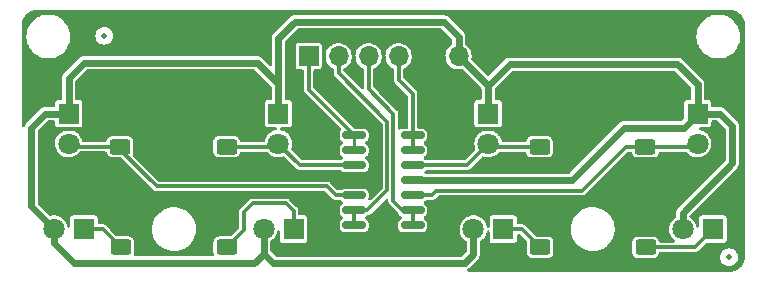
<source format=gbr>
%TF.GenerationSoftware,KiCad,Pcbnew,6.0.1-79c1e3a40b~116~ubuntu20.04.1*%
%TF.CreationDate,2022-02-17T01:53:57+05:30*%
%TF.ProjectId,lsa,6c73612e-6b69-4636-9164-5f7063625858,rev?*%
%TF.SameCoordinates,Original*%
%TF.FileFunction,Copper,L2,Bot*%
%TF.FilePolarity,Positive*%
%FSLAX46Y46*%
G04 Gerber Fmt 4.6, Leading zero omitted, Abs format (unit mm)*
G04 Created by KiCad (PCBNEW 6.0.1-79c1e3a40b~116~ubuntu20.04.1) date 2022-02-17 01:53:57*
%MOMM*%
%LPD*%
G01*
G04 APERTURE LIST*
G04 Aperture macros list*
%AMRoundRect*
0 Rectangle with rounded corners*
0 $1 Rounding radius*
0 $2 $3 $4 $5 $6 $7 $8 $9 X,Y pos of 4 corners*
0 Add a 4 corners polygon primitive as box body*
4,1,4,$2,$3,$4,$5,$6,$7,$8,$9,$2,$3,0*
0 Add four circle primitives for the rounded corners*
1,1,$1+$1,$2,$3*
1,1,$1+$1,$4,$5*
1,1,$1+$1,$6,$7*
1,1,$1+$1,$8,$9*
0 Add four rect primitives between the rounded corners*
20,1,$1+$1,$2,$3,$4,$5,0*
20,1,$1+$1,$4,$5,$6,$7,0*
20,1,$1+$1,$6,$7,$8,$9,0*
20,1,$1+$1,$8,$9,$2,$3,0*%
G04 Aperture macros list end*
%TA.AperFunction,ComponentPad*%
%ADD10R,1.700000X1.700000*%
%TD*%
%TA.AperFunction,ComponentPad*%
%ADD11O,1.700000X1.700000*%
%TD*%
%TA.AperFunction,ComponentPad*%
%ADD12R,1.800000X1.800000*%
%TD*%
%TA.AperFunction,ComponentPad*%
%ADD13C,1.800000*%
%TD*%
%TA.AperFunction,SMDPad,CuDef*%
%ADD14RoundRect,0.250000X0.625000X-0.400000X0.625000X0.400000X-0.625000X0.400000X-0.625000X-0.400000X0*%
%TD*%
%TA.AperFunction,SMDPad,CuDef*%
%ADD15RoundRect,0.150000X0.825000X0.150000X-0.825000X0.150000X-0.825000X-0.150000X0.825000X-0.150000X0*%
%TD*%
%TA.AperFunction,SMDPad,CuDef*%
%ADD16C,0.500000*%
%TD*%
%TA.AperFunction,Conductor*%
%ADD17C,0.300000*%
%TD*%
%TA.AperFunction,Conductor*%
%ADD18C,0.600000*%
%TD*%
%TA.AperFunction,Conductor*%
%ADD19C,0.250000*%
%TD*%
G04 APERTURE END LIST*
D10*
%TO.P,J1,1,Pin_1*%
%TO.N,/A3_35*%
X109845000Y-73585000D03*
D11*
%TO.P,J1,2,Pin_2*%
%TO.N,/A2_34*%
X112385000Y-73585000D03*
%TO.P,J1,3,Pin_3*%
%TO.N,/A1_39*%
X114925000Y-73585000D03*
%TO.P,J1,4,Pin_4*%
%TO.N,/A0_36*%
X117465000Y-73585000D03*
%TO.P,J1,5,Pin_5*%
%TO.N,GND*%
X120005000Y-73585000D03*
%TO.P,J1,6,Pin_6*%
%TO.N,+3V3*%
X122545000Y-73585000D03*
%TD*%
D12*
%TO.P,D3,1,K*%
%TO.N,Net-(D3-Pad1)*%
X126325000Y-88220000D03*
D13*
%TO.P,D3,2,A*%
%TO.N,+3V3*%
X123785000Y-88220000D03*
%TD*%
%TO.P,D1,2,A*%
%TO.N,+3V3*%
X88285000Y-88220000D03*
D12*
%TO.P,D1,1,K*%
%TO.N,Net-(D1-Pad1)*%
X90825000Y-88220000D03*
%TD*%
%TO.P,D5,1,K*%
%TO.N,+3V3*%
X89540000Y-78445000D03*
D13*
%TO.P,D5,2,A*%
%TO.N,/LSA_A2*%
X89540000Y-80985000D03*
%TD*%
D12*
%TO.P,D7,1,K*%
%TO.N,+3V3*%
X125040000Y-78445000D03*
D13*
%TO.P,D7,2,A*%
%TO.N,/LSA_A0*%
X125040000Y-80985000D03*
%TD*%
%TO.P,D2,2,A*%
%TO.N,+3V3*%
X106035000Y-88220000D03*
D12*
%TO.P,D2,1,K*%
%TO.N,Net-(D2-Pad1)*%
X108575000Y-88220000D03*
%TD*%
D13*
%TO.P,D4,2,A*%
%TO.N,+3V3*%
X141535000Y-88220000D03*
D12*
%TO.P,D4,1,K*%
%TO.N,Net-(D4-Pad1)*%
X144075000Y-88220000D03*
%TD*%
%TO.P,D6,1,K*%
%TO.N,+3V3*%
X107290000Y-78445000D03*
D13*
%TO.P,D6,2,A*%
%TO.N,/LSA_A3*%
X107290000Y-80985000D03*
%TD*%
D12*
%TO.P,D8,1,K*%
%TO.N,+3V3*%
X142790000Y-78445000D03*
D13*
%TO.P,D8,2,A*%
%TO.N,/LSA_A1*%
X142790000Y-80985000D03*
%TD*%
D14*
%TO.P,R4,1*%
%TO.N,Net-(D4-Pad1)*%
X138380000Y-89760000D03*
%TO.P,R4,2*%
%TO.N,GND*%
X138380000Y-86660000D03*
%TD*%
%TO.P,R3,1*%
%TO.N,Net-(D3-Pad1)*%
X129450000Y-89760000D03*
%TO.P,R3,2*%
%TO.N,GND*%
X129450000Y-86660000D03*
%TD*%
%TO.P,R5,1*%
%TO.N,/LSA_A2*%
X93890000Y-81230000D03*
%TO.P,R5,2*%
%TO.N,GND*%
X93890000Y-78130000D03*
%TD*%
D15*
%TO.P,U1,14*%
%TO.N,/A3_35*%
X113700000Y-80270000D03*
%TO.P,U1,13,-*%
X113700000Y-81540000D03*
%TO.P,U1,12,+*%
%TO.N,/LSA_A3*%
X113700000Y-82810000D03*
%TO.P,U1,11,V-*%
%TO.N,GND*%
X113700000Y-84080000D03*
%TO.P,U1,10,+*%
%TO.N,/LSA_A2*%
X113700000Y-85350000D03*
%TO.P,U1,9,-*%
%TO.N,/A2_34*%
X113700000Y-86620000D03*
%TO.P,U1,8*%
X113700000Y-87890000D03*
%TO.P,U1,7*%
%TO.N,/A1_39*%
X118650000Y-87890000D03*
%TO.P,U1,6,-*%
X118650000Y-86620000D03*
%TO.P,U1,5,+*%
%TO.N,/LSA_A1*%
X118650000Y-85350000D03*
%TO.P,U1,4,V+*%
%TO.N,+3V3*%
X118650000Y-84080000D03*
%TO.P,U1,3,+*%
%TO.N,/LSA_A0*%
X118650000Y-82810000D03*
%TO.P,U1,2,-*%
%TO.N,/A0_36*%
X118650000Y-81540000D03*
%TO.P,U1,1*%
X118650000Y-80270000D03*
%TD*%
D16*
%TO.P,REF\u002A\u002A,*%
%TO.N,*%
X145440000Y-90610000D03*
%TD*%
D14*
%TO.P,R6,2*%
%TO.N,GND*%
X102915713Y-78130000D03*
%TO.P,R6,1*%
%TO.N,/LSA_A3*%
X102915713Y-81230000D03*
%TD*%
%TO.P,R8,1*%
%TO.N,/LSA_A1*%
X138360000Y-81250000D03*
%TO.P,R8,2*%
%TO.N,GND*%
X138360000Y-78150000D03*
%TD*%
%TO.P,R7,2*%
%TO.N,GND*%
X129400000Y-78150000D03*
%TO.P,R7,1*%
%TO.N,/LSA_A0*%
X129400000Y-81250000D03*
%TD*%
D16*
%TO.P,REF\u002A\u002A,*%
%TO.N,*%
X92550000Y-71850000D03*
%TD*%
D14*
%TO.P,R1,2*%
%TO.N,GND*%
X93940000Y-86640000D03*
%TO.P,R1,1*%
%TO.N,Net-(D1-Pad1)*%
X93940000Y-89740000D03*
%TD*%
%TO.P,R2,1*%
%TO.N,Net-(D2-Pad1)*%
X102920000Y-89750000D03*
%TO.P,R2,2*%
%TO.N,GND*%
X102920000Y-86650000D03*
%TD*%
D17*
%TO.N,/LSA_A2*%
X89540000Y-80985000D02*
X89785000Y-81230000D01*
X89785000Y-81230000D02*
X93890000Y-81230000D01*
D18*
%TO.N,GND*%
X93890000Y-78130000D02*
X92870000Y-79150000D01*
X92870000Y-79150000D02*
X92840000Y-79150000D01*
X92840000Y-79150000D02*
X92270000Y-79720000D01*
X92270000Y-79720000D02*
X91110000Y-79720000D01*
X93890000Y-78130000D02*
X93590000Y-78130000D01*
X93890000Y-78130000D02*
X93730000Y-78130000D01*
D17*
%TO.N,/LSA_A2*%
X93890000Y-81230000D02*
X93890000Y-81520000D01*
X93890000Y-81520000D02*
X96980000Y-84610000D01*
%TO.N,/LSA_A3*%
X107290000Y-80985000D02*
X107015000Y-81260000D01*
X102945713Y-81260000D02*
X102915713Y-81230000D01*
X107015000Y-81260000D02*
X102945713Y-81260000D01*
%TO.N,/LSA_A1*%
X118650000Y-85350000D02*
X120260000Y-85350000D01*
X120260000Y-85350000D02*
X120640000Y-84970000D01*
X120640000Y-84970000D02*
X132990000Y-84970000D01*
X132990000Y-84970000D02*
X136710000Y-81250000D01*
X136710000Y-81250000D02*
X138360000Y-81250000D01*
D18*
%TO.N,+3V3*%
X118650000Y-84080000D02*
X132130000Y-84080000D01*
X132130000Y-84080000D02*
X136580000Y-79630000D01*
X136580000Y-79630000D02*
X141605000Y-79630000D01*
X141605000Y-79630000D02*
X142790000Y-78445000D01*
D17*
%TO.N,/LSA_A0*%
X125040000Y-80985000D02*
X125325000Y-81270000D01*
X125325000Y-81270000D02*
X129380000Y-81270000D01*
X129380000Y-81270000D02*
X129400000Y-81250000D01*
D18*
%TO.N,GND*%
X129400000Y-78150000D02*
X129400000Y-78290000D01*
X129400000Y-78290000D02*
X127954511Y-79735489D01*
X127954511Y-79735489D02*
X127385489Y-79735489D01*
D17*
%TO.N,/LSA_A1*%
X138360000Y-81250000D02*
X142525000Y-81250000D01*
X142525000Y-81250000D02*
X142790000Y-80985000D01*
D18*
%TO.N,+3V3*%
X123785000Y-88220000D02*
X123785000Y-90365000D01*
X123785000Y-90365000D02*
X123050000Y-91100000D01*
X123050000Y-91100000D02*
X106830000Y-91100000D01*
X106830000Y-91100000D02*
X106035000Y-90305000D01*
D17*
%TO.N,/LSA_A2*%
X111420000Y-84610000D02*
X112160000Y-85350000D01*
X96980000Y-84610000D02*
X111420000Y-84610000D01*
X112160000Y-85350000D02*
X113700000Y-85350000D01*
%TO.N,Net-(D4-Pad1)*%
X138380000Y-89760000D02*
X142535000Y-89760000D01*
X142535000Y-89760000D02*
X144075000Y-88220000D01*
D18*
%TO.N,+3V3*%
X142790000Y-78445000D02*
X144675000Y-78445000D01*
X144675000Y-78445000D02*
X145720000Y-79490000D01*
X141535000Y-86815000D02*
X141535000Y-88220000D01*
X145720000Y-79490000D02*
X145720000Y-82630000D01*
X145720000Y-82630000D02*
X141535000Y-86815000D01*
%TO.N,GND*%
X88780000Y-85440000D02*
X92740000Y-85440000D01*
X92740000Y-85440000D02*
X93940000Y-86640000D01*
%TO.N,+3V3*%
X106035000Y-88220000D02*
X106035000Y-90305000D01*
X90010000Y-91080000D02*
X105260000Y-91080000D01*
X105260000Y-91080000D02*
X106035000Y-90305000D01*
D17*
%TO.N,/LSA_A1*%
X142790000Y-80985000D02*
X142455000Y-81320000D01*
%TO.N,Net-(D3-Pad1)*%
X126325000Y-88220000D02*
X127910000Y-88220000D01*
X127910000Y-88220000D02*
X129450000Y-89760000D01*
%TO.N,Net-(D2-Pad1)*%
X108575000Y-88220000D02*
X108575000Y-86685000D01*
X108575000Y-86685000D02*
X107930000Y-86040000D01*
X107930000Y-86040000D02*
X105110000Y-86040000D01*
X105110000Y-86040000D02*
X104380000Y-86770000D01*
X104380000Y-86770000D02*
X104380000Y-88290000D01*
X104380000Y-88290000D02*
X102920000Y-89750000D01*
%TO.N,Net-(D1-Pad1)*%
X90825000Y-88220000D02*
X92420000Y-88220000D01*
X92420000Y-88220000D02*
X93940000Y-89740000D01*
D18*
%TO.N,+3V3*%
X121300000Y-70680000D02*
X108670000Y-70680000D01*
X88285000Y-88220000D02*
X86340000Y-86275000D01*
X142790000Y-75970000D02*
X141070000Y-74250000D01*
X122545000Y-73585000D02*
X122545000Y-71925000D01*
X141070000Y-74250000D02*
X126870000Y-74250000D01*
X88285000Y-88220000D02*
X88285000Y-89355000D01*
X86340000Y-86275000D02*
X86340000Y-79650000D01*
X86340000Y-79650000D02*
X87545000Y-78445000D01*
X125040000Y-76080000D02*
X122545000Y-73585000D01*
X107290000Y-75910000D02*
X107290000Y-78445000D01*
X142790000Y-78445000D02*
X142790000Y-75970000D01*
X108670000Y-70680000D02*
X107290000Y-72060000D01*
X122545000Y-71925000D02*
X121300000Y-70680000D01*
X88285000Y-89355000D02*
X90010000Y-91080000D01*
X90790000Y-74150000D02*
X105530000Y-74150000D01*
X87545000Y-78445000D02*
X89540000Y-78445000D01*
X125040000Y-78445000D02*
X125040000Y-76080000D01*
X107290000Y-72060000D02*
X107290000Y-75910000D01*
X89540000Y-75400000D02*
X90790000Y-74150000D01*
X89540000Y-78445000D02*
X89540000Y-75400000D01*
X105530000Y-74150000D02*
X107290000Y-75910000D01*
X126870000Y-74250000D02*
X125040000Y-76080000D01*
D17*
%TO.N,/LSA_A0*%
X123215000Y-82810000D02*
X125040000Y-80985000D01*
X118650000Y-82810000D02*
X123215000Y-82810000D01*
%TO.N,/LSA_A3*%
X109115000Y-82810000D02*
X107290000Y-80985000D01*
X113700000Y-82810000D02*
X109115000Y-82810000D01*
%TO.N,/A3_35*%
X109845000Y-76415000D02*
X113700000Y-80270000D01*
D19*
X113700000Y-80270000D02*
X113700000Y-81540000D01*
D17*
X109845000Y-73585000D02*
X109845000Y-76415000D01*
%TO.N,/A2_34*%
X116510000Y-84940000D02*
X114830000Y-86620000D01*
X116510000Y-79120000D02*
X116510000Y-84940000D01*
X112385000Y-74995000D02*
X116510000Y-79120000D01*
X114830000Y-86620000D02*
X113700000Y-86620000D01*
X113700000Y-86620000D02*
X113700000Y-87890000D01*
X112385000Y-73585000D02*
X112385000Y-74995000D01*
%TO.N,/A1_39*%
X117770000Y-86620000D02*
X118650000Y-86620000D01*
X114925000Y-76348584D02*
X117009511Y-78433096D01*
X117009511Y-85859511D02*
X117770000Y-86620000D01*
X117009511Y-78433096D02*
X117009511Y-85859511D01*
X118650000Y-86620000D02*
X118650000Y-87890000D01*
X114925000Y-73585000D02*
X114925000Y-76348584D01*
%TO.N,/A0_36*%
X117465000Y-75575000D02*
X118650000Y-76760000D01*
X118650000Y-80270000D02*
X118650000Y-81540000D01*
X117465000Y-73585000D02*
X117465000Y-75575000D01*
X118650000Y-76760000D02*
X118650000Y-80270000D01*
%TO.N,GND*%
X111540000Y-75810000D02*
X111120000Y-75390000D01*
D18*
X122645489Y-79735489D02*
X122805489Y-79735489D01*
X111990000Y-71650000D02*
X111910000Y-71730000D01*
X87740000Y-80020000D02*
X88040000Y-79720000D01*
X120005000Y-73585000D02*
X120005000Y-77095000D01*
X113700000Y-84080000D02*
X115080000Y-84080000D01*
X87740000Y-84400000D02*
X87740000Y-80020000D01*
X118640000Y-71650000D02*
X111990000Y-71650000D01*
D17*
X88340000Y-79720000D02*
X91110000Y-79720000D01*
D18*
X115830000Y-83330000D02*
X115830000Y-80100000D01*
D17*
X111120000Y-75390000D02*
X111120000Y-72520000D01*
D18*
X120005000Y-77095000D02*
X122645489Y-79735489D01*
X120005000Y-73585000D02*
X120005000Y-73015000D01*
D17*
X111120000Y-72520000D02*
X111910000Y-71730000D01*
D18*
X115080000Y-84080000D02*
X115830000Y-83330000D01*
D17*
X127385489Y-79735489D02*
X122805489Y-79735489D01*
D18*
X115830000Y-80100000D02*
X111540000Y-75810000D01*
X88040000Y-79720000D02*
X88140489Y-79720000D01*
X120005000Y-73015000D02*
X118640000Y-71650000D01*
X88780000Y-85440000D02*
X87740000Y-84400000D01*
%TD*%
%TA.AperFunction,Conductor*%
%TO.N,GND*%
G36*
X116173485Y-69664330D02*
G01*
X145501908Y-69664659D01*
X145526488Y-69667080D01*
X145527168Y-69667215D01*
X145527170Y-69667215D01*
X145539340Y-69669636D01*
X145551510Y-69667216D01*
X145563921Y-69667216D01*
X145563921Y-69668071D01*
X145574636Y-69667438D01*
X145681465Y-69675845D01*
X145724370Y-69679222D01*
X145743899Y-69682315D01*
X145914736Y-69723330D01*
X145933538Y-69729440D01*
X146060242Y-69781922D01*
X146094255Y-69796010D01*
X146095848Y-69796670D01*
X146113466Y-69805647D01*
X146263269Y-69897447D01*
X146279257Y-69909062D01*
X146412082Y-70022505D01*
X146412855Y-70023165D01*
X146426833Y-70037143D01*
X146540938Y-70170743D01*
X146552553Y-70186731D01*
X146644353Y-70336534D01*
X146653330Y-70354152D01*
X146720560Y-70516462D01*
X146726670Y-70535264D01*
X146767685Y-70706101D01*
X146770778Y-70725630D01*
X146780820Y-70853223D01*
X146782562Y-70875362D01*
X146781929Y-70886079D01*
X146782784Y-70886079D01*
X146782784Y-70898490D01*
X146780364Y-70910660D01*
X146782919Y-70923504D01*
X146785340Y-70948085D01*
X146785340Y-90541915D01*
X146782919Y-90566493D01*
X146780364Y-90579340D01*
X146782784Y-90591510D01*
X146782784Y-90603921D01*
X146781929Y-90603921D01*
X146782562Y-90614636D01*
X146781723Y-90625298D01*
X146770778Y-90764370D01*
X146767685Y-90783899D01*
X146726670Y-90954736D01*
X146720560Y-90973538D01*
X146653330Y-91135848D01*
X146644353Y-91153466D01*
X146552553Y-91303269D01*
X146540938Y-91319257D01*
X146426835Y-91452855D01*
X146412857Y-91466833D01*
X146279257Y-91580938D01*
X146263269Y-91592553D01*
X146113466Y-91684353D01*
X146095850Y-91693329D01*
X146070112Y-91703990D01*
X145933538Y-91760560D01*
X145914736Y-91766670D01*
X145743899Y-91807685D01*
X145724370Y-91810778D01*
X145681465Y-91814155D01*
X145574636Y-91822562D01*
X145563921Y-91821929D01*
X145563921Y-91822784D01*
X145551510Y-91822784D01*
X145539340Y-91820364D01*
X145526460Y-91822926D01*
X145501905Y-91825346D01*
X126114759Y-91828866D01*
X123369285Y-91829364D01*
X123301161Y-91809374D01*
X123254658Y-91755727D01*
X123244541Y-91685455D01*
X123274023Y-91620869D01*
X123319221Y-91587727D01*
X123332063Y-91582170D01*
X123332067Y-91582168D01*
X123339946Y-91578758D01*
X123346767Y-91573235D01*
X123351775Y-91569179D01*
X123370363Y-91556688D01*
X123383715Y-91549348D01*
X123389245Y-91544574D01*
X123390140Y-91543802D01*
X123390147Y-91543796D01*
X123391891Y-91542290D01*
X123416634Y-91517547D01*
X123426435Y-91508721D01*
X123451338Y-91488556D01*
X123451341Y-91488553D01*
X123458013Y-91483150D01*
X123469038Y-91467636D01*
X123482645Y-91451536D01*
X124166413Y-90767768D01*
X124170221Y-90764115D01*
X124209948Y-90727584D01*
X124209949Y-90727583D01*
X124216266Y-90721774D01*
X124239381Y-90684494D01*
X124246104Y-90674712D01*
X124267438Y-90646605D01*
X124272630Y-90639765D01*
X124276475Y-90630053D01*
X124278237Y-90625604D01*
X124288300Y-90605598D01*
X124291794Y-90599963D01*
X124291798Y-90599954D01*
X124296323Y-90592656D01*
X124308565Y-90550520D01*
X124312409Y-90539293D01*
X124317870Y-90525500D01*
X124328556Y-90498510D01*
X124330148Y-90483367D01*
X124334459Y-90461394D01*
X124336867Y-90453104D01*
X124338709Y-90446765D01*
X124339500Y-90435993D01*
X124339500Y-90400995D01*
X124340190Y-90387824D01*
X124343539Y-90355963D01*
X124344437Y-90347419D01*
X124341263Y-90328654D01*
X124339500Y-90307652D01*
X124339500Y-89306624D01*
X124359502Y-89238503D01*
X124403935Y-89196689D01*
X124436679Y-89178352D01*
X124436684Y-89178349D01*
X124441717Y-89175530D01*
X124447632Y-89170611D01*
X124561680Y-89075758D01*
X124604852Y-89039852D01*
X124740530Y-88876717D01*
X124743354Y-88871674D01*
X124743357Y-88871670D01*
X124841383Y-88696632D01*
X124841384Y-88696630D01*
X124844207Y-88691589D01*
X124896432Y-88537737D01*
X124910554Y-88496136D01*
X124910555Y-88496131D01*
X124912410Y-88490667D01*
X124917201Y-88457622D01*
X124919805Y-88439667D01*
X124949376Y-88375121D01*
X125009148Y-88336809D01*
X125080144Y-88336895D01*
X125139824Y-88375350D01*
X125169240Y-88439966D01*
X125170501Y-88457743D01*
X125170501Y-89145066D01*
X125177612Y-89180818D01*
X125181563Y-89200682D01*
X125185266Y-89219301D01*
X125192161Y-89229620D01*
X125192162Y-89229622D01*
X125207992Y-89253313D01*
X125241516Y-89303484D01*
X125325699Y-89359734D01*
X125399933Y-89374500D01*
X126324850Y-89374500D01*
X127250066Y-89374499D01*
X127285818Y-89367388D01*
X127312126Y-89362156D01*
X127312128Y-89362155D01*
X127324301Y-89359734D01*
X127334621Y-89352839D01*
X127334622Y-89352838D01*
X127398168Y-89310377D01*
X127408484Y-89303484D01*
X127464734Y-89219301D01*
X127479500Y-89145067D01*
X127479500Y-88750500D01*
X127499502Y-88682379D01*
X127553158Y-88635886D01*
X127605500Y-88624500D01*
X127690260Y-88624500D01*
X127758381Y-88644502D01*
X127779355Y-88661405D01*
X128288561Y-89170611D01*
X128322587Y-89232923D01*
X128324729Y-89273313D01*
X128320869Y-89308845D01*
X128320500Y-89312244D01*
X128320500Y-90207756D01*
X128320869Y-90211152D01*
X128320869Y-90211153D01*
X128326323Y-90261353D01*
X128327202Y-90269448D01*
X128377929Y-90404764D01*
X128383309Y-90411943D01*
X128383311Y-90411946D01*
X128428461Y-90472189D01*
X128464596Y-90520404D01*
X128471776Y-90525785D01*
X128573054Y-90601689D01*
X128573057Y-90601691D01*
X128580236Y-90607071D01*
X128646151Y-90631781D01*
X128708157Y-90655026D01*
X128708159Y-90655026D01*
X128715552Y-90657798D01*
X128723402Y-90658651D01*
X128723403Y-90658651D01*
X128773847Y-90664131D01*
X128777244Y-90664500D01*
X130122756Y-90664500D01*
X130126153Y-90664131D01*
X130176597Y-90658651D01*
X130176598Y-90658651D01*
X130184448Y-90657798D01*
X130191841Y-90655026D01*
X130191843Y-90655026D01*
X130253849Y-90631781D01*
X130319764Y-90607071D01*
X130326943Y-90601691D01*
X130326946Y-90601689D01*
X130428224Y-90525785D01*
X130435404Y-90520404D01*
X130471539Y-90472189D01*
X130516689Y-90411946D01*
X130516691Y-90411943D01*
X130522071Y-90404764D01*
X130572798Y-90269448D01*
X130573678Y-90261353D01*
X130579131Y-90211153D01*
X130579131Y-90211152D01*
X130579500Y-90207756D01*
X130579500Y-89312244D01*
X130579131Y-89308845D01*
X130573651Y-89258403D01*
X130573651Y-89258402D01*
X130572798Y-89250552D01*
X130566777Y-89234489D01*
X130535529Y-89151137D01*
X130522071Y-89115236D01*
X130516691Y-89108057D01*
X130516689Y-89108054D01*
X130440785Y-89006776D01*
X130435404Y-88999596D01*
X130382738Y-88960125D01*
X130326946Y-88918311D01*
X130326943Y-88918309D01*
X130319764Y-88912929D01*
X130223167Y-88876717D01*
X130191843Y-88864974D01*
X130191841Y-88864974D01*
X130184448Y-88862202D01*
X130176598Y-88861349D01*
X130176597Y-88861349D01*
X130126153Y-88855869D01*
X130126152Y-88855869D01*
X130122756Y-88855500D01*
X129169740Y-88855500D01*
X129101619Y-88835498D01*
X129080645Y-88818595D01*
X128524236Y-88262186D01*
X132041018Y-88262186D01*
X132066579Y-88530100D01*
X132067664Y-88534534D01*
X132067665Y-88534540D01*
X132098709Y-88661405D01*
X132130547Y-88791518D01*
X132231583Y-89040963D01*
X132367569Y-89273210D01*
X132535658Y-89483395D01*
X132732327Y-89667113D01*
X132953457Y-89820516D01*
X133194416Y-89940391D01*
X133198750Y-89941812D01*
X133198753Y-89941813D01*
X133445823Y-90022807D01*
X133445829Y-90022808D01*
X133450156Y-90024227D01*
X133454647Y-90025007D01*
X133454648Y-90025007D01*
X133711538Y-90069611D01*
X133711546Y-90069612D01*
X133715319Y-90070267D01*
X133719156Y-90070458D01*
X133798777Y-90074422D01*
X133798785Y-90074422D01*
X133800348Y-90074500D01*
X133968374Y-90074500D01*
X133970642Y-90074335D01*
X133970654Y-90074335D01*
X134101457Y-90064844D01*
X134168425Y-90059985D01*
X134172880Y-90059001D01*
X134172883Y-90059001D01*
X134426770Y-90002947D01*
X134426772Y-90002946D01*
X134431226Y-90001963D01*
X134682900Y-89906613D01*
X134740344Y-89874706D01*
X134914179Y-89778149D01*
X134914180Y-89778148D01*
X134918172Y-89775931D01*
X134989318Y-89721634D01*
X135128491Y-89615421D01*
X135128495Y-89615417D01*
X135132116Y-89612654D01*
X135320249Y-89420203D01*
X135369282Y-89352839D01*
X135475942Y-89206304D01*
X135475947Y-89206297D01*
X135478630Y-89202610D01*
X135603941Y-88964433D01*
X135693557Y-88710662D01*
X135727640Y-88537737D01*
X135744720Y-88451083D01*
X135744721Y-88451077D01*
X135745601Y-88446611D01*
X135749125Y-88375826D01*
X135758755Y-88182383D01*
X135758755Y-88182377D01*
X135758982Y-88177814D01*
X135733421Y-87909900D01*
X135732071Y-87904380D01*
X135670539Y-87652920D01*
X135669453Y-87648482D01*
X135568417Y-87399037D01*
X135436945Y-87174500D01*
X135434741Y-87170735D01*
X135434740Y-87170734D01*
X135432431Y-87166790D01*
X135264342Y-86956605D01*
X135067673Y-86772887D01*
X134860952Y-86629480D01*
X134850291Y-86622084D01*
X134850290Y-86622084D01*
X134846543Y-86619484D01*
X134605584Y-86499609D01*
X134601250Y-86498188D01*
X134601247Y-86498187D01*
X134354177Y-86417193D01*
X134354171Y-86417192D01*
X134349844Y-86415773D01*
X134345352Y-86414993D01*
X134088462Y-86370389D01*
X134088454Y-86370388D01*
X134084681Y-86369733D01*
X134074718Y-86369237D01*
X134001223Y-86365578D01*
X134001215Y-86365578D01*
X133999652Y-86365500D01*
X133831626Y-86365500D01*
X133829358Y-86365665D01*
X133829346Y-86365665D01*
X133698543Y-86375156D01*
X133631575Y-86380015D01*
X133627120Y-86380999D01*
X133627117Y-86380999D01*
X133373230Y-86437053D01*
X133373228Y-86437054D01*
X133368774Y-86438037D01*
X133117100Y-86533387D01*
X133113114Y-86535601D01*
X133113112Y-86535602D01*
X132918958Y-86643445D01*
X132881828Y-86664069D01*
X132839333Y-86696500D01*
X132671509Y-86824579D01*
X132671505Y-86824583D01*
X132667884Y-86827346D01*
X132664699Y-86830604D01*
X132664698Y-86830605D01*
X132618175Y-86878196D01*
X132479751Y-87019797D01*
X132477066Y-87023486D01*
X132324058Y-87233696D01*
X132324053Y-87233703D01*
X132321370Y-87237390D01*
X132196059Y-87475567D01*
X132106443Y-87729338D01*
X132086504Y-87830502D01*
X132056117Y-87984675D01*
X132054399Y-87993389D01*
X132054172Y-87997942D01*
X132054172Y-87997945D01*
X132044991Y-88182383D01*
X132041018Y-88262186D01*
X128524236Y-88262186D01*
X128173515Y-87911465D01*
X128173511Y-87911462D01*
X128150723Y-87888674D01*
X128130844Y-87878545D01*
X128113989Y-87868216D01*
X128103953Y-87860925D01*
X128095929Y-87855095D01*
X128074704Y-87848199D01*
X128056438Y-87840633D01*
X128036555Y-87830502D01*
X128014513Y-87827011D01*
X127995287Y-87822395D01*
X127983500Y-87818565D01*
X127983498Y-87818565D01*
X127974066Y-87815500D01*
X127605499Y-87815500D01*
X127537378Y-87795498D01*
X127490885Y-87741842D01*
X127479499Y-87689500D01*
X127479499Y-87294934D01*
X127468920Y-87241746D01*
X127467156Y-87232874D01*
X127467155Y-87232872D01*
X127464734Y-87220699D01*
X127455199Y-87206428D01*
X127415377Y-87146832D01*
X127408484Y-87136516D01*
X127324301Y-87080266D01*
X127250067Y-87065500D01*
X126325150Y-87065500D01*
X125399934Y-87065501D01*
X125364182Y-87072612D01*
X125337874Y-87077844D01*
X125337872Y-87077845D01*
X125325699Y-87080266D01*
X125315379Y-87087161D01*
X125315378Y-87087162D01*
X125281687Y-87109674D01*
X125241516Y-87136516D01*
X125185266Y-87220699D01*
X125170500Y-87294933D01*
X125170500Y-87968125D01*
X125150498Y-88036246D01*
X125096842Y-88082739D01*
X125026568Y-88092843D01*
X124961988Y-88063349D01*
X124923231Y-88002326D01*
X124921996Y-87997945D01*
X124895912Y-87905460D01*
X124869005Y-87810053D01*
X124869003Y-87810047D01*
X124867436Y-87804492D01*
X124836541Y-87741842D01*
X124776145Y-87619372D01*
X124773590Y-87614191D01*
X124673292Y-87479875D01*
X124650089Y-87448803D01*
X124650088Y-87448802D01*
X124646636Y-87444179D01*
X124622524Y-87421890D01*
X124495066Y-87304069D01*
X124495063Y-87304067D01*
X124490826Y-87300150D01*
X124311377Y-87186926D01*
X124114300Y-87108300D01*
X124108643Y-87107175D01*
X124108637Y-87107173D01*
X123911863Y-87068033D01*
X123911859Y-87068033D01*
X123906195Y-87066906D01*
X123900420Y-87066830D01*
X123900416Y-87066830D01*
X123793804Y-87065434D01*
X123694031Y-87064128D01*
X123688334Y-87065107D01*
X123688333Y-87065107D01*
X123490610Y-87099082D01*
X123484913Y-87100061D01*
X123285846Y-87173501D01*
X123280885Y-87176453D01*
X123280884Y-87176453D01*
X123108463Y-87279032D01*
X123108460Y-87279034D01*
X123103495Y-87281988D01*
X123099155Y-87285794D01*
X123099151Y-87285797D01*
X123025370Y-87350502D01*
X122943968Y-87421890D01*
X122812607Y-87588520D01*
X122713812Y-87776299D01*
X122690297Y-87852030D01*
X122654249Y-87968125D01*
X122650891Y-87978938D01*
X122625951Y-88189649D01*
X122639829Y-88401377D01*
X122692058Y-88607031D01*
X122694477Y-88612278D01*
X122775062Y-88787080D01*
X122780890Y-88799723D01*
X122903350Y-88973000D01*
X122920386Y-88989596D01*
X123049360Y-89115236D01*
X123055337Y-89121059D01*
X123060131Y-89124262D01*
X123060136Y-89124266D01*
X123099565Y-89150611D01*
X123174503Y-89200683D01*
X123220029Y-89255158D01*
X123230500Y-89305447D01*
X123230500Y-90083129D01*
X123210498Y-90151250D01*
X123193595Y-90172224D01*
X122857224Y-90508595D01*
X122794912Y-90542621D01*
X122768129Y-90545500D01*
X107111871Y-90545500D01*
X107043750Y-90525498D01*
X107022776Y-90508595D01*
X106626405Y-90112224D01*
X106592379Y-90049912D01*
X106589500Y-90023129D01*
X106589500Y-89306624D01*
X106609502Y-89238503D01*
X106653935Y-89196689D01*
X106686679Y-89178352D01*
X106686684Y-89178349D01*
X106691717Y-89175530D01*
X106697632Y-89170611D01*
X106811680Y-89075758D01*
X106854852Y-89039852D01*
X106990530Y-88876717D01*
X106993354Y-88871674D01*
X106993357Y-88871670D01*
X107091383Y-88696632D01*
X107091384Y-88696630D01*
X107094207Y-88691589D01*
X107146432Y-88537737D01*
X107160554Y-88496136D01*
X107160555Y-88496131D01*
X107162410Y-88490667D01*
X107167201Y-88457622D01*
X107169805Y-88439667D01*
X107199376Y-88375121D01*
X107259148Y-88336809D01*
X107330144Y-88336895D01*
X107389824Y-88375350D01*
X107419240Y-88439966D01*
X107420501Y-88457743D01*
X107420501Y-89145066D01*
X107427612Y-89180818D01*
X107431563Y-89200682D01*
X107435266Y-89219301D01*
X107442161Y-89229620D01*
X107442162Y-89229622D01*
X107457992Y-89253313D01*
X107491516Y-89303484D01*
X107575699Y-89359734D01*
X107649933Y-89374500D01*
X108574850Y-89374500D01*
X109500066Y-89374499D01*
X109535818Y-89367388D01*
X109562126Y-89362156D01*
X109562128Y-89362155D01*
X109574301Y-89359734D01*
X109584621Y-89352839D01*
X109584622Y-89352838D01*
X109648168Y-89310377D01*
X109658484Y-89303484D01*
X109714734Y-89219301D01*
X109729500Y-89145067D01*
X109729499Y-87294934D01*
X109718920Y-87241746D01*
X109717156Y-87232874D01*
X109717155Y-87232872D01*
X109714734Y-87220699D01*
X109705199Y-87206428D01*
X109665377Y-87146832D01*
X109658484Y-87136516D01*
X109574301Y-87080266D01*
X109500067Y-87065500D01*
X109105500Y-87065500D01*
X109037379Y-87045498D01*
X108990886Y-86991842D01*
X108979500Y-86939500D01*
X108979500Y-86620934D01*
X108972605Y-86599713D01*
X108967989Y-86580487D01*
X108966049Y-86568238D01*
X108964498Y-86558445D01*
X108954366Y-86538561D01*
X108946801Y-86520295D01*
X108942969Y-86508502D01*
X108939905Y-86499071D01*
X108926784Y-86481013D01*
X108916455Y-86464157D01*
X108910826Y-86453109D01*
X108906326Y-86444277D01*
X108815723Y-86353674D01*
X108193515Y-85731465D01*
X108193511Y-85731462D01*
X108170723Y-85708674D01*
X108150844Y-85698545D01*
X108133989Y-85688216D01*
X108123953Y-85680925D01*
X108115929Y-85675095D01*
X108094704Y-85668199D01*
X108076438Y-85660633D01*
X108072334Y-85658542D01*
X108056555Y-85650502D01*
X108034513Y-85647011D01*
X108015287Y-85642395D01*
X108003500Y-85638565D01*
X108003498Y-85638565D01*
X107994066Y-85635500D01*
X105045934Y-85635500D01*
X105036502Y-85638565D01*
X105036500Y-85638565D01*
X105024713Y-85642395D01*
X105005487Y-85647011D01*
X104983445Y-85650502D01*
X104967666Y-85658542D01*
X104963562Y-85660633D01*
X104945296Y-85668199D01*
X104924071Y-85675095D01*
X104916047Y-85680925D01*
X104906011Y-85688216D01*
X104889156Y-85698545D01*
X104869277Y-85708674D01*
X104846489Y-85731462D01*
X104846485Y-85731465D01*
X104071465Y-86506485D01*
X104071462Y-86506489D01*
X104048674Y-86529277D01*
X104039022Y-86548219D01*
X104038546Y-86549154D01*
X104028216Y-86566011D01*
X104015095Y-86584071D01*
X104012030Y-86593504D01*
X104008199Y-86605295D01*
X104000634Y-86623561D01*
X103990502Y-86643445D01*
X103988951Y-86653238D01*
X103987011Y-86665487D01*
X103982395Y-86684713D01*
X103979367Y-86694034D01*
X103975500Y-86705934D01*
X103975500Y-88070260D01*
X103955498Y-88138381D01*
X103938595Y-88159355D01*
X103289355Y-88808595D01*
X103227043Y-88842621D01*
X103200260Y-88845500D01*
X102247244Y-88845500D01*
X102243848Y-88845869D01*
X102243847Y-88845869D01*
X102193403Y-88851349D01*
X102193402Y-88851349D01*
X102185552Y-88852202D01*
X102178159Y-88854974D01*
X102178157Y-88854974D01*
X102151482Y-88864974D01*
X102050236Y-88902929D01*
X102043057Y-88908309D01*
X102043054Y-88908311D01*
X101973919Y-88960125D01*
X101934596Y-88989596D01*
X101921720Y-89006776D01*
X101853311Y-89098054D01*
X101853309Y-89098057D01*
X101847929Y-89105236D01*
X101820199Y-89179207D01*
X101805169Y-89219301D01*
X101797202Y-89240552D01*
X101790500Y-89302244D01*
X101790500Y-90197756D01*
X101797202Y-90259448D01*
X101799974Y-90266841D01*
X101799974Y-90266843D01*
X101833124Y-90355271D01*
X101838307Y-90426078D01*
X101804386Y-90488447D01*
X101742130Y-90522576D01*
X101715142Y-90525500D01*
X95141109Y-90525500D01*
X95072988Y-90505498D01*
X95026495Y-90451842D01*
X95016391Y-90381568D01*
X95023127Y-90355271D01*
X95029245Y-90338953D01*
X95053523Y-90274190D01*
X95060026Y-90256843D01*
X95060026Y-90256841D01*
X95062798Y-90249448D01*
X95067699Y-90204339D01*
X95069131Y-90191153D01*
X95069131Y-90191152D01*
X95069500Y-90187756D01*
X95069500Y-89292244D01*
X95062798Y-89230552D01*
X95012071Y-89095236D01*
X95006691Y-89088057D01*
X95006689Y-89088054D01*
X94936360Y-88994215D01*
X94925404Y-88979596D01*
X94899424Y-88960125D01*
X94816946Y-88898311D01*
X94816943Y-88898309D01*
X94809764Y-88892929D01*
X94708518Y-88854974D01*
X94681843Y-88844974D01*
X94681841Y-88844974D01*
X94674448Y-88842202D01*
X94666598Y-88841349D01*
X94666597Y-88841349D01*
X94616153Y-88835869D01*
X94616152Y-88835869D01*
X94612756Y-88835500D01*
X93659740Y-88835500D01*
X93591619Y-88815498D01*
X93570644Y-88798595D01*
X93143376Y-88371326D01*
X93034236Y-88262186D01*
X96601018Y-88262186D01*
X96626579Y-88530100D01*
X96627664Y-88534534D01*
X96627665Y-88534540D01*
X96658709Y-88661405D01*
X96690547Y-88791518D01*
X96791583Y-89040963D01*
X96927569Y-89273210D01*
X97095658Y-89483395D01*
X97292327Y-89667113D01*
X97513457Y-89820516D01*
X97754416Y-89940391D01*
X97758750Y-89941812D01*
X97758753Y-89941813D01*
X98005823Y-90022807D01*
X98005829Y-90022808D01*
X98010156Y-90024227D01*
X98014647Y-90025007D01*
X98014648Y-90025007D01*
X98271538Y-90069611D01*
X98271546Y-90069612D01*
X98275319Y-90070267D01*
X98279156Y-90070458D01*
X98358777Y-90074422D01*
X98358785Y-90074422D01*
X98360348Y-90074500D01*
X98528374Y-90074500D01*
X98530642Y-90074335D01*
X98530654Y-90074335D01*
X98661457Y-90064844D01*
X98728425Y-90059985D01*
X98732880Y-90059001D01*
X98732883Y-90059001D01*
X98986770Y-90002947D01*
X98986772Y-90002946D01*
X98991226Y-90001963D01*
X99242900Y-89906613D01*
X99300344Y-89874706D01*
X99474179Y-89778149D01*
X99474180Y-89778148D01*
X99478172Y-89775931D01*
X99549318Y-89721634D01*
X99688491Y-89615421D01*
X99688495Y-89615417D01*
X99692116Y-89612654D01*
X99880249Y-89420203D01*
X99929282Y-89352839D01*
X100035942Y-89206304D01*
X100035947Y-89206297D01*
X100038630Y-89202610D01*
X100163941Y-88964433D01*
X100253557Y-88710662D01*
X100287640Y-88537737D01*
X100304720Y-88451083D01*
X100304721Y-88451077D01*
X100305601Y-88446611D01*
X100309125Y-88375826D01*
X100318755Y-88182383D01*
X100318755Y-88182377D01*
X100318982Y-88177814D01*
X100293421Y-87909900D01*
X100292071Y-87904380D01*
X100230539Y-87652920D01*
X100229453Y-87648482D01*
X100128417Y-87399037D01*
X99996945Y-87174500D01*
X99994741Y-87170735D01*
X99994740Y-87170734D01*
X99992431Y-87166790D01*
X99824342Y-86956605D01*
X99627673Y-86772887D01*
X99420952Y-86629480D01*
X99410291Y-86622084D01*
X99410290Y-86622084D01*
X99406543Y-86619484D01*
X99165584Y-86499609D01*
X99161250Y-86498188D01*
X99161247Y-86498187D01*
X98914177Y-86417193D01*
X98914171Y-86417192D01*
X98909844Y-86415773D01*
X98905352Y-86414993D01*
X98648462Y-86370389D01*
X98648454Y-86370388D01*
X98644681Y-86369733D01*
X98634718Y-86369237D01*
X98561223Y-86365578D01*
X98561215Y-86365578D01*
X98559652Y-86365500D01*
X98391626Y-86365500D01*
X98389358Y-86365665D01*
X98389346Y-86365665D01*
X98258543Y-86375156D01*
X98191575Y-86380015D01*
X98187120Y-86380999D01*
X98187117Y-86380999D01*
X97933230Y-86437053D01*
X97933228Y-86437054D01*
X97928774Y-86438037D01*
X97677100Y-86533387D01*
X97673114Y-86535601D01*
X97673112Y-86535602D01*
X97478958Y-86643445D01*
X97441828Y-86664069D01*
X97399333Y-86696500D01*
X97231509Y-86824579D01*
X97231505Y-86824583D01*
X97227884Y-86827346D01*
X97224699Y-86830604D01*
X97224698Y-86830605D01*
X97178175Y-86878196D01*
X97039751Y-87019797D01*
X97037066Y-87023486D01*
X96884058Y-87233696D01*
X96884053Y-87233703D01*
X96881370Y-87237390D01*
X96756059Y-87475567D01*
X96666443Y-87729338D01*
X96646504Y-87830502D01*
X96616117Y-87984675D01*
X96614399Y-87993389D01*
X96614172Y-87997942D01*
X96614172Y-87997945D01*
X96604991Y-88182383D01*
X96601018Y-88262186D01*
X93034236Y-88262186D01*
X92683515Y-87911465D01*
X92683501Y-87911452D01*
X92660723Y-87888674D01*
X92640844Y-87878545D01*
X92623989Y-87868216D01*
X92613953Y-87860925D01*
X92605929Y-87855095D01*
X92584704Y-87848199D01*
X92566438Y-87840633D01*
X92546555Y-87830502D01*
X92524513Y-87827011D01*
X92505287Y-87822395D01*
X92493500Y-87818565D01*
X92493498Y-87818565D01*
X92484066Y-87815500D01*
X92105499Y-87815500D01*
X92037378Y-87795498D01*
X91990885Y-87741842D01*
X91979499Y-87689500D01*
X91979499Y-87294934D01*
X91968920Y-87241746D01*
X91967156Y-87232874D01*
X91967155Y-87232872D01*
X91964734Y-87220699D01*
X91955199Y-87206428D01*
X91915377Y-87146832D01*
X91908484Y-87136516D01*
X91824301Y-87080266D01*
X91750067Y-87065500D01*
X90825150Y-87065500D01*
X89899934Y-87065501D01*
X89864182Y-87072612D01*
X89837874Y-87077844D01*
X89837872Y-87077845D01*
X89825699Y-87080266D01*
X89815379Y-87087161D01*
X89815378Y-87087162D01*
X89781687Y-87109674D01*
X89741516Y-87136516D01*
X89685266Y-87220699D01*
X89670500Y-87294933D01*
X89670500Y-87968125D01*
X89650498Y-88036246D01*
X89596842Y-88082739D01*
X89526568Y-88092843D01*
X89461988Y-88063349D01*
X89423231Y-88002326D01*
X89421996Y-87997945D01*
X89395912Y-87905460D01*
X89369005Y-87810053D01*
X89369003Y-87810047D01*
X89367436Y-87804492D01*
X89336541Y-87741842D01*
X89276145Y-87619372D01*
X89273590Y-87614191D01*
X89173292Y-87479875D01*
X89150089Y-87448803D01*
X89150088Y-87448802D01*
X89146636Y-87444179D01*
X89122524Y-87421890D01*
X88995066Y-87304069D01*
X88995063Y-87304067D01*
X88990826Y-87300150D01*
X88811377Y-87186926D01*
X88614300Y-87108300D01*
X88608643Y-87107175D01*
X88608637Y-87107173D01*
X88411863Y-87068033D01*
X88411859Y-87068033D01*
X88406195Y-87066906D01*
X88400420Y-87066830D01*
X88400416Y-87066830D01*
X88293804Y-87065434D01*
X88194031Y-87064128D01*
X88188334Y-87065107D01*
X88188333Y-87065107D01*
X88018772Y-87094243D01*
X87948248Y-87086066D01*
X87908339Y-87059158D01*
X86931405Y-86082224D01*
X86897379Y-86019912D01*
X86894500Y-85993129D01*
X86894500Y-79931872D01*
X86914502Y-79863751D01*
X86931405Y-79842776D01*
X87737778Y-79036404D01*
X87800090Y-79002379D01*
X87826873Y-78999500D01*
X88259501Y-78999500D01*
X88327622Y-79019502D01*
X88374115Y-79073158D01*
X88385501Y-79125500D01*
X88385501Y-79370066D01*
X88389346Y-79389396D01*
X88394446Y-79415037D01*
X88400266Y-79444301D01*
X88456516Y-79528484D01*
X88540699Y-79584734D01*
X88614933Y-79599500D01*
X89308089Y-79599500D01*
X89376210Y-79619502D01*
X89422703Y-79673158D01*
X89432807Y-79743432D01*
X89403313Y-79808012D01*
X89343587Y-79846396D01*
X89329432Y-79849679D01*
X89262858Y-79861118D01*
X89247537Y-79863751D01*
X89239913Y-79865061D01*
X89040846Y-79938501D01*
X89035885Y-79941453D01*
X89035884Y-79941453D01*
X88863463Y-80044032D01*
X88863460Y-80044034D01*
X88858495Y-80046988D01*
X88854155Y-80050794D01*
X88854151Y-80050797D01*
X88788060Y-80108758D01*
X88698968Y-80186890D01*
X88695393Y-80191425D01*
X88695392Y-80191426D01*
X88573639Y-80345869D01*
X88567607Y-80353520D01*
X88468812Y-80541299D01*
X88467100Y-80546813D01*
X88413153Y-80720552D01*
X88405891Y-80743938D01*
X88380951Y-80954649D01*
X88394829Y-81166377D01*
X88447058Y-81372031D01*
X88535890Y-81564723D01*
X88658350Y-81738000D01*
X88810337Y-81886059D01*
X88815133Y-81889264D01*
X88815136Y-81889266D01*
X88917696Y-81957794D01*
X88986760Y-82003941D01*
X88992063Y-82006219D01*
X88992066Y-82006221D01*
X89176404Y-82085419D01*
X89181711Y-82087699D01*
X89237051Y-82100221D01*
X89383025Y-82133252D01*
X89383030Y-82133253D01*
X89388662Y-82134527D01*
X89394433Y-82134754D01*
X89394435Y-82134754D01*
X89459911Y-82137326D01*
X89600681Y-82142857D01*
X89705674Y-82127634D01*
X89804953Y-82113239D01*
X89804958Y-82113238D01*
X89810667Y-82112410D01*
X89816131Y-82110555D01*
X89816136Y-82110554D01*
X89929524Y-82072064D01*
X90011589Y-82044207D01*
X90021569Y-82038618D01*
X90191670Y-81943357D01*
X90191674Y-81943354D01*
X90196717Y-81940530D01*
X90359852Y-81804852D01*
X90420778Y-81731597D01*
X90463748Y-81679931D01*
X90522686Y-81640347D01*
X90560622Y-81634500D01*
X92643709Y-81634500D01*
X92711830Y-81654502D01*
X92758323Y-81708158D01*
X92766291Y-81731353D01*
X92766349Y-81731597D01*
X92767202Y-81739448D01*
X92769974Y-81746841D01*
X92769974Y-81746843D01*
X92774730Y-81759529D01*
X92817929Y-81874764D01*
X92823309Y-81881943D01*
X92823311Y-81881946D01*
X92869336Y-81943357D01*
X92904596Y-81990404D01*
X92911776Y-81995785D01*
X93013054Y-82071689D01*
X93013057Y-82071691D01*
X93020236Y-82077071D01*
X93109553Y-82110554D01*
X93148157Y-82125026D01*
X93148159Y-82125026D01*
X93155552Y-82127798D01*
X93163402Y-82128651D01*
X93163403Y-82128651D01*
X93205756Y-82133252D01*
X93217244Y-82134500D01*
X93880260Y-82134500D01*
X93948381Y-82154502D01*
X93969355Y-82171405D01*
X96716485Y-84918535D01*
X96716489Y-84918538D01*
X96739277Y-84941326D01*
X96759154Y-84951454D01*
X96776011Y-84961784D01*
X96794071Y-84974905D01*
X96803504Y-84977970D01*
X96815295Y-84981801D01*
X96833561Y-84989366D01*
X96853445Y-84999498D01*
X96863238Y-85001049D01*
X96875487Y-85002989D01*
X96894713Y-85007605D01*
X96906500Y-85011435D01*
X96906502Y-85011435D01*
X96915934Y-85014500D01*
X111200260Y-85014500D01*
X111268381Y-85034502D01*
X111289355Y-85051405D01*
X111896485Y-85658535D01*
X111896489Y-85658538D01*
X111919277Y-85681326D01*
X111932799Y-85688216D01*
X111939154Y-85691454D01*
X111956011Y-85701784D01*
X111974071Y-85714905D01*
X111993535Y-85721229D01*
X111995295Y-85721801D01*
X112013561Y-85729366D01*
X112033445Y-85739498D01*
X112043238Y-85741049D01*
X112055487Y-85742989D01*
X112074713Y-85747605D01*
X112086500Y-85751435D01*
X112086502Y-85751435D01*
X112095934Y-85754500D01*
X112505261Y-85754500D01*
X112573382Y-85774502D01*
X112594356Y-85791405D01*
X112634277Y-85831326D01*
X112709687Y-85869750D01*
X112715542Y-85872733D01*
X112767157Y-85921482D01*
X112784223Y-85990397D01*
X112761322Y-86057598D01*
X112715542Y-86097267D01*
X112634277Y-86138674D01*
X112543674Y-86229277D01*
X112485502Y-86343445D01*
X112470500Y-86438166D01*
X112470500Y-86801834D01*
X112485502Y-86896555D01*
X112543674Y-87010723D01*
X112634277Y-87101326D01*
X112703341Y-87136516D01*
X112715542Y-87142733D01*
X112767157Y-87191482D01*
X112784223Y-87260397D01*
X112761322Y-87327598D01*
X112715542Y-87367267D01*
X112634277Y-87408674D01*
X112543674Y-87499277D01*
X112485502Y-87613445D01*
X112470500Y-87708166D01*
X112470500Y-88071834D01*
X112485502Y-88166555D01*
X112543674Y-88280723D01*
X112634277Y-88371326D01*
X112748445Y-88429498D01*
X112843166Y-88444500D01*
X114556834Y-88444500D01*
X114651555Y-88429498D01*
X114765723Y-88371326D01*
X114856326Y-88280723D01*
X114914498Y-88166555D01*
X114929500Y-88071834D01*
X114929500Y-87708166D01*
X114914498Y-87613445D01*
X114856326Y-87499277D01*
X114765723Y-87408674D01*
X114684458Y-87367267D01*
X114632843Y-87318518D01*
X114615777Y-87249603D01*
X114638678Y-87182402D01*
X114684458Y-87142733D01*
X114696659Y-87136516D01*
X114765723Y-87101326D01*
X114805771Y-87061278D01*
X114868083Y-87027252D01*
X114875156Y-87025924D01*
X114884147Y-87024500D01*
X114894066Y-87024500D01*
X114915286Y-87017605D01*
X114934513Y-87012989D01*
X114946762Y-87011049D01*
X114956555Y-87009498D01*
X114976439Y-86999366D01*
X114994705Y-86991801D01*
X115006496Y-86987970D01*
X115015929Y-86984905D01*
X115033989Y-86971784D01*
X115050846Y-86961454D01*
X115053364Y-86960171D01*
X115070723Y-86951326D01*
X115093511Y-86928538D01*
X115093515Y-86928535D01*
X116389916Y-85632134D01*
X116452228Y-85598108D01*
X116523043Y-85603173D01*
X116579879Y-85645720D01*
X116604690Y-85712240D01*
X116605011Y-85721229D01*
X116605011Y-85923577D01*
X116608076Y-85933009D01*
X116608076Y-85933011D01*
X116611906Y-85944798D01*
X116616522Y-85964024D01*
X116620013Y-85986066D01*
X116624514Y-85994899D01*
X116630144Y-86005949D01*
X116637710Y-86024215D01*
X116644606Y-86045440D01*
X116650436Y-86053464D01*
X116657727Y-86063500D01*
X116668056Y-86080355D01*
X116678185Y-86100234D01*
X116700973Y-86123022D01*
X116700976Y-86123026D01*
X117399212Y-86821262D01*
X117428222Y-86878196D01*
X117430886Y-86877330D01*
X117433951Y-86886762D01*
X117435502Y-86896555D01*
X117493674Y-87010723D01*
X117584277Y-87101326D01*
X117653341Y-87136516D01*
X117665542Y-87142733D01*
X117717157Y-87191482D01*
X117734223Y-87260397D01*
X117711322Y-87327598D01*
X117665542Y-87367267D01*
X117584277Y-87408674D01*
X117493674Y-87499277D01*
X117435502Y-87613445D01*
X117420500Y-87708166D01*
X117420500Y-88071834D01*
X117435502Y-88166555D01*
X117493674Y-88280723D01*
X117584277Y-88371326D01*
X117698445Y-88429498D01*
X117793166Y-88444500D01*
X119506834Y-88444500D01*
X119601555Y-88429498D01*
X119715723Y-88371326D01*
X119806326Y-88280723D01*
X119864498Y-88166555D01*
X119879500Y-88071834D01*
X119879500Y-87708166D01*
X119864498Y-87613445D01*
X119806326Y-87499277D01*
X119715723Y-87408674D01*
X119634458Y-87367267D01*
X119582843Y-87318518D01*
X119565777Y-87249603D01*
X119588678Y-87182402D01*
X119634458Y-87142733D01*
X119646659Y-87136516D01*
X119715723Y-87101326D01*
X119806326Y-87010723D01*
X119864498Y-86896555D01*
X119879500Y-86801834D01*
X119879500Y-86438166D01*
X119864498Y-86343445D01*
X119806326Y-86229277D01*
X119715723Y-86138674D01*
X119634458Y-86097267D01*
X119582843Y-86048518D01*
X119565777Y-85979603D01*
X119588678Y-85912402D01*
X119634458Y-85872733D01*
X119640313Y-85869750D01*
X119715723Y-85831326D01*
X119755644Y-85791405D01*
X119817956Y-85757379D01*
X119844739Y-85754500D01*
X120324066Y-85754500D01*
X120333498Y-85751435D01*
X120333500Y-85751435D01*
X120345287Y-85747605D01*
X120364513Y-85742989D01*
X120376762Y-85741049D01*
X120386555Y-85739498D01*
X120406439Y-85729366D01*
X120424705Y-85721801D01*
X120426466Y-85721229D01*
X120445929Y-85714905D01*
X120463989Y-85701784D01*
X120480846Y-85691454D01*
X120487201Y-85688216D01*
X120500723Y-85681326D01*
X120523511Y-85658538D01*
X120523515Y-85658535D01*
X120770645Y-85411405D01*
X120832957Y-85377379D01*
X120859740Y-85374500D01*
X133054066Y-85374500D01*
X133063498Y-85371435D01*
X133063500Y-85371435D01*
X133075287Y-85367605D01*
X133094513Y-85362989D01*
X133106762Y-85361049D01*
X133116555Y-85359498D01*
X133136439Y-85349366D01*
X133154705Y-85341801D01*
X133166496Y-85337970D01*
X133175929Y-85334905D01*
X133193989Y-85321784D01*
X133210846Y-85311454D01*
X133230723Y-85301326D01*
X133253511Y-85278538D01*
X133253515Y-85278535D01*
X136840644Y-81691405D01*
X136902956Y-81657379D01*
X136929739Y-81654500D01*
X137113709Y-81654500D01*
X137181830Y-81674502D01*
X137228323Y-81728158D01*
X137236291Y-81751353D01*
X137236349Y-81751597D01*
X137237202Y-81759448D01*
X137287929Y-81894764D01*
X137293309Y-81901943D01*
X137293311Y-81901946D01*
X137324347Y-81943357D01*
X137374596Y-82010404D01*
X137381776Y-82015785D01*
X137483054Y-82091689D01*
X137483057Y-82091691D01*
X137490236Y-82097071D01*
X137533365Y-82113239D01*
X137618157Y-82145026D01*
X137618159Y-82145026D01*
X137625552Y-82147798D01*
X137633402Y-82148651D01*
X137633403Y-82148651D01*
X137683847Y-82154131D01*
X137687244Y-82154500D01*
X139032756Y-82154500D01*
X139036153Y-82154131D01*
X139086597Y-82148651D01*
X139086598Y-82148651D01*
X139094448Y-82147798D01*
X139101841Y-82145026D01*
X139101843Y-82145026D01*
X139186635Y-82113239D01*
X139229764Y-82097071D01*
X139236943Y-82091691D01*
X139236946Y-82091689D01*
X139338224Y-82015785D01*
X139345404Y-82010404D01*
X139395653Y-81943357D01*
X139426689Y-81901946D01*
X139426691Y-81901943D01*
X139432071Y-81894764D01*
X139482798Y-81759448D01*
X139483651Y-81751597D01*
X139483709Y-81751353D01*
X139518927Y-81689707D01*
X139581882Y-81656887D01*
X139606291Y-81654500D01*
X141784096Y-81654500D01*
X141852217Y-81674502D01*
X141886993Y-81707781D01*
X141905014Y-81733281D01*
X141905019Y-81733287D01*
X141908350Y-81738000D01*
X142060337Y-81886059D01*
X142065133Y-81889264D01*
X142065136Y-81889266D01*
X142167696Y-81957794D01*
X142236760Y-82003941D01*
X142242063Y-82006219D01*
X142242066Y-82006221D01*
X142426404Y-82085419D01*
X142431711Y-82087699D01*
X142487051Y-82100221D01*
X142633025Y-82133252D01*
X142633030Y-82133253D01*
X142638662Y-82134527D01*
X142644433Y-82134754D01*
X142644435Y-82134754D01*
X142709911Y-82137326D01*
X142850681Y-82142857D01*
X142955674Y-82127634D01*
X143054953Y-82113239D01*
X143054958Y-82113238D01*
X143060667Y-82112410D01*
X143066131Y-82110555D01*
X143066136Y-82110554D01*
X143179524Y-82072064D01*
X143261589Y-82044207D01*
X143271569Y-82038618D01*
X143441670Y-81943357D01*
X143441674Y-81943354D01*
X143446717Y-81940530D01*
X143609852Y-81804852D01*
X143745530Y-81641717D01*
X143748354Y-81636674D01*
X143748357Y-81636670D01*
X143846383Y-81461632D01*
X143846384Y-81461630D01*
X143849207Y-81456589D01*
X143917410Y-81255667D01*
X143929545Y-81171979D01*
X143936669Y-81122840D01*
X143947857Y-81045681D01*
X143949446Y-80985000D01*
X143936259Y-80841482D01*
X143930560Y-80779462D01*
X143930559Y-80779459D01*
X143930031Y-80773708D01*
X143924847Y-80755325D01*
X143874004Y-80575051D01*
X143874003Y-80575049D01*
X143872436Y-80569492D01*
X143856296Y-80536762D01*
X143781145Y-80384372D01*
X143778590Y-80379191D01*
X143757800Y-80351349D01*
X143655089Y-80213803D01*
X143655088Y-80213802D01*
X143651636Y-80209179D01*
X143647400Y-80205263D01*
X143500066Y-80069069D01*
X143500063Y-80069067D01*
X143495826Y-80065150D01*
X143316377Y-79951926D01*
X143119300Y-79873300D01*
X142997528Y-79849078D01*
X142934620Y-79816172D01*
X142899487Y-79754477D01*
X142903287Y-79683582D01*
X142944812Y-79625996D01*
X143010879Y-79600002D01*
X143022110Y-79599500D01*
X143701893Y-79599499D01*
X143715066Y-79599499D01*
X143750818Y-79592388D01*
X143777126Y-79587156D01*
X143777128Y-79587155D01*
X143789301Y-79584734D01*
X143799621Y-79577839D01*
X143799622Y-79577838D01*
X143863168Y-79535377D01*
X143873484Y-79528484D01*
X143929734Y-79444301D01*
X143944500Y-79370067D01*
X143944500Y-79125500D01*
X143964502Y-79057379D01*
X144018158Y-79010886D01*
X144070500Y-78999500D01*
X144393129Y-78999500D01*
X144461250Y-79019502D01*
X144482224Y-79036405D01*
X145128595Y-79682776D01*
X145162621Y-79745088D01*
X145165500Y-79771871D01*
X145165500Y-82348128D01*
X145145498Y-82416249D01*
X145128595Y-82437223D01*
X141153586Y-86412233D01*
X141149778Y-86415886D01*
X141120162Y-86443120D01*
X141103734Y-86458226D01*
X141099211Y-86465521D01*
X141099210Y-86465522D01*
X141080619Y-86495506D01*
X141073896Y-86505288D01*
X141067266Y-86514023D01*
X141047370Y-86540235D01*
X141044209Y-86548219D01*
X141041763Y-86554396D01*
X141031700Y-86574402D01*
X141028206Y-86580037D01*
X141028202Y-86580046D01*
X141023677Y-86587344D01*
X141021281Y-86595591D01*
X141011435Y-86629480D01*
X141007593Y-86640702D01*
X140991444Y-86681490D01*
X140990546Y-86690035D01*
X140989852Y-86696633D01*
X140985541Y-86718605D01*
X140981291Y-86733235D01*
X140980500Y-86744007D01*
X140980500Y-86779005D01*
X140979810Y-86792175D01*
X140975563Y-86832581D01*
X140978737Y-86851346D01*
X140980500Y-86872348D01*
X140980500Y-87134777D01*
X140960498Y-87202898D01*
X140918923Y-87243062D01*
X140858463Y-87279032D01*
X140858460Y-87279034D01*
X140853495Y-87281988D01*
X140849155Y-87285794D01*
X140849151Y-87285797D01*
X140775370Y-87350502D01*
X140693968Y-87421890D01*
X140562607Y-87588520D01*
X140463812Y-87776299D01*
X140440297Y-87852030D01*
X140404249Y-87968125D01*
X140400891Y-87978938D01*
X140375951Y-88189649D01*
X140389829Y-88401377D01*
X140442058Y-88607031D01*
X140444477Y-88612278D01*
X140525062Y-88787080D01*
X140530890Y-88799723D01*
X140653350Y-88973000D01*
X140670386Y-88989596D01*
X140799360Y-89115236D01*
X140805337Y-89121059D01*
X140810836Y-89124733D01*
X140811092Y-89125040D01*
X140814628Y-89127903D01*
X140814066Y-89128597D01*
X140856365Y-89179207D01*
X140865215Y-89249650D01*
X140834577Y-89313695D01*
X140774177Y-89351009D01*
X140740837Y-89355500D01*
X139626291Y-89355500D01*
X139558170Y-89335498D01*
X139511677Y-89281842D01*
X139503709Y-89258647D01*
X139503651Y-89258402D01*
X139502798Y-89250552D01*
X139496777Y-89234489D01*
X139465529Y-89151137D01*
X139452071Y-89115236D01*
X139446691Y-89108057D01*
X139446689Y-89108054D01*
X139370785Y-89006776D01*
X139365404Y-88999596D01*
X139312738Y-88960125D01*
X139256946Y-88918311D01*
X139256943Y-88918309D01*
X139249764Y-88912929D01*
X139153167Y-88876717D01*
X139121843Y-88864974D01*
X139121841Y-88864974D01*
X139114448Y-88862202D01*
X139106598Y-88861349D01*
X139106597Y-88861349D01*
X139056153Y-88855869D01*
X139056152Y-88855869D01*
X139052756Y-88855500D01*
X137707244Y-88855500D01*
X137703848Y-88855869D01*
X137703847Y-88855869D01*
X137653403Y-88861349D01*
X137653402Y-88861349D01*
X137645552Y-88862202D01*
X137638159Y-88864974D01*
X137638157Y-88864974D01*
X137606833Y-88876717D01*
X137510236Y-88912929D01*
X137503057Y-88918309D01*
X137503054Y-88918311D01*
X137447262Y-88960125D01*
X137394596Y-88999596D01*
X137389215Y-89006776D01*
X137313311Y-89108054D01*
X137313309Y-89108057D01*
X137307929Y-89115236D01*
X137294471Y-89151137D01*
X137263224Y-89234489D01*
X137257202Y-89250552D01*
X137256349Y-89258402D01*
X137256349Y-89258403D01*
X137250869Y-89308845D01*
X137250500Y-89312244D01*
X137250500Y-90207756D01*
X137250869Y-90211152D01*
X137250869Y-90211153D01*
X137256323Y-90261353D01*
X137257202Y-90269448D01*
X137307929Y-90404764D01*
X137313309Y-90411943D01*
X137313311Y-90411946D01*
X137358461Y-90472189D01*
X137394596Y-90520404D01*
X137401776Y-90525785D01*
X137503054Y-90601689D01*
X137503057Y-90601691D01*
X137510236Y-90607071D01*
X137576151Y-90631781D01*
X137638157Y-90655026D01*
X137638159Y-90655026D01*
X137645552Y-90657798D01*
X137653402Y-90658651D01*
X137653403Y-90658651D01*
X137703847Y-90664131D01*
X137707244Y-90664500D01*
X139052756Y-90664500D01*
X139056153Y-90664131D01*
X139106597Y-90658651D01*
X139106598Y-90658651D01*
X139114448Y-90657798D01*
X139121841Y-90655026D01*
X139121843Y-90655026D01*
X139183849Y-90631781D01*
X139249764Y-90607071D01*
X139256943Y-90601691D01*
X139256946Y-90601689D01*
X139259927Y-90599455D01*
X144684825Y-90599455D01*
X144685512Y-90606462D01*
X144685512Y-90606465D01*
X144692204Y-90674712D01*
X144701255Y-90767025D01*
X144754402Y-90926791D01*
X144758049Y-90932813D01*
X144758050Y-90932815D01*
X144783620Y-90975035D01*
X144841624Y-91070812D01*
X144846513Y-91075875D01*
X144846514Y-91075876D01*
X144904429Y-91135848D01*
X144958586Y-91191929D01*
X144964483Y-91195788D01*
X145093577Y-91280266D01*
X145093581Y-91280268D01*
X145099475Y-91284125D01*
X145257289Y-91342815D01*
X145264270Y-91343746D01*
X145264272Y-91343747D01*
X145309812Y-91349823D01*
X145424183Y-91365083D01*
X145431194Y-91364445D01*
X145431198Y-91364445D01*
X145584843Y-91350462D01*
X145591864Y-91349823D01*
X145598566Y-91347645D01*
X145598568Y-91347645D01*
X145745298Y-91299970D01*
X145745301Y-91299969D01*
X145751997Y-91297793D01*
X145896623Y-91211578D01*
X145901717Y-91206727D01*
X145901721Y-91206724D01*
X146013454Y-91100322D01*
X146013455Y-91100320D01*
X146018554Y-91095465D01*
X146025228Y-91085421D01*
X146107836Y-90961085D01*
X146111731Y-90955223D01*
X146171521Y-90797823D01*
X146192774Y-90646605D01*
X146194404Y-90635010D01*
X146194404Y-90635006D01*
X146194955Y-90631088D01*
X146195249Y-90610000D01*
X146193821Y-90597265D01*
X146177266Y-90449672D01*
X146177265Y-90449669D01*
X146176481Y-90442676D01*
X146121108Y-90283668D01*
X146039451Y-90152989D01*
X146035617Y-90146853D01*
X146031884Y-90140879D01*
X146019065Y-90127970D01*
X145918205Y-90026403D01*
X145918201Y-90026400D01*
X145913242Y-90021406D01*
X145771079Y-89931187D01*
X145612462Y-89874706D01*
X145605474Y-89873873D01*
X145605471Y-89873872D01*
X145512300Y-89862762D01*
X145445273Y-89854769D01*
X145438270Y-89855505D01*
X145438269Y-89855505D01*
X145392712Y-89860293D01*
X145277821Y-89872369D01*
X145271155Y-89874638D01*
X145271152Y-89874639D01*
X145125098Y-89924360D01*
X145125095Y-89924361D01*
X145118431Y-89926630D01*
X145112436Y-89930318D01*
X145112432Y-89930320D01*
X144981021Y-90011165D01*
X144981019Y-90011167D01*
X144975022Y-90014856D01*
X144966903Y-90022807D01*
X144868598Y-90119075D01*
X144854724Y-90132661D01*
X144763515Y-90274190D01*
X144761105Y-90280810D01*
X144761104Y-90280813D01*
X144747485Y-90318230D01*
X144705927Y-90432409D01*
X144684825Y-90599455D01*
X139259927Y-90599455D01*
X139358224Y-90525785D01*
X139365404Y-90520404D01*
X139401539Y-90472189D01*
X139446689Y-90411946D01*
X139446691Y-90411943D01*
X139452071Y-90404764D01*
X139502798Y-90269448D01*
X139503651Y-90261597D01*
X139503709Y-90261353D01*
X139538927Y-90199707D01*
X139601882Y-90166887D01*
X139626291Y-90164500D01*
X142599066Y-90164500D01*
X142608498Y-90161435D01*
X142608500Y-90161435D01*
X142620287Y-90157605D01*
X142639513Y-90152989D01*
X142651762Y-90151049D01*
X142661555Y-90149498D01*
X142681439Y-90139366D01*
X142699705Y-90131801D01*
X142711496Y-90127970D01*
X142720929Y-90124905D01*
X142738989Y-90111784D01*
X142755846Y-90101454D01*
X142775723Y-90091326D01*
X142798511Y-90068538D01*
X142798515Y-90068535D01*
X143455645Y-89411405D01*
X143517957Y-89377379D01*
X143544740Y-89374500D01*
X144840248Y-89374499D01*
X145000066Y-89374499D01*
X145035818Y-89367388D01*
X145062126Y-89362156D01*
X145062128Y-89362155D01*
X145074301Y-89359734D01*
X145084621Y-89352839D01*
X145084622Y-89352838D01*
X145148168Y-89310377D01*
X145158484Y-89303484D01*
X145214734Y-89219301D01*
X145229500Y-89145067D01*
X145229499Y-87294934D01*
X145218920Y-87241746D01*
X145217156Y-87232874D01*
X145217155Y-87232872D01*
X145214734Y-87220699D01*
X145205199Y-87206428D01*
X145165377Y-87146832D01*
X145158484Y-87136516D01*
X145074301Y-87080266D01*
X145000067Y-87065500D01*
X144075150Y-87065500D01*
X143149934Y-87065501D01*
X143114182Y-87072612D01*
X143087874Y-87077844D01*
X143087872Y-87077845D01*
X143075699Y-87080266D01*
X143065379Y-87087161D01*
X143065378Y-87087162D01*
X143031687Y-87109674D01*
X142991516Y-87136516D01*
X142935266Y-87220699D01*
X142920500Y-87294933D01*
X142920500Y-87968125D01*
X142900498Y-88036246D01*
X142846842Y-88082739D01*
X142776568Y-88092843D01*
X142711988Y-88063349D01*
X142673231Y-88002326D01*
X142671996Y-87997945D01*
X142645912Y-87905460D01*
X142619005Y-87810053D01*
X142619003Y-87810047D01*
X142617436Y-87804492D01*
X142586541Y-87741842D01*
X142526145Y-87619372D01*
X142523590Y-87614191D01*
X142423292Y-87479875D01*
X142400089Y-87448803D01*
X142400088Y-87448802D01*
X142396636Y-87444179D01*
X142372524Y-87421890D01*
X142245067Y-87304070D01*
X142245065Y-87304068D01*
X142240826Y-87300150D01*
X142235948Y-87297072D01*
X142235936Y-87297063D01*
X142148264Y-87241746D01*
X142101326Y-87188480D01*
X142089500Y-87135185D01*
X142089500Y-87096871D01*
X142109502Y-87028750D01*
X142126405Y-87007776D01*
X146101413Y-83032768D01*
X146105221Y-83029115D01*
X146144948Y-82992584D01*
X146144949Y-82992583D01*
X146151266Y-82986774D01*
X146174381Y-82949494D01*
X146181104Y-82939712D01*
X146202438Y-82911605D01*
X146207630Y-82904765D01*
X146213237Y-82890604D01*
X146223300Y-82870598D01*
X146226794Y-82864963D01*
X146226798Y-82864954D01*
X146231323Y-82857656D01*
X146243565Y-82815520D01*
X146247409Y-82804293D01*
X146263556Y-82763510D01*
X146265148Y-82748367D01*
X146269459Y-82726394D01*
X146271867Y-82718104D01*
X146273709Y-82711765D01*
X146274500Y-82700993D01*
X146274500Y-82665995D01*
X146275190Y-82652824D01*
X146278539Y-82620963D01*
X146279437Y-82612419D01*
X146276263Y-82593654D01*
X146274500Y-82572652D01*
X146274500Y-79505074D01*
X146274610Y-79499798D01*
X146276868Y-79445909D01*
X146277228Y-79437326D01*
X146267212Y-79394622D01*
X146265049Y-79382949D01*
X146260261Y-79347995D01*
X146259095Y-79339482D01*
X146253047Y-79325506D01*
X146246013Y-79304237D01*
X146244498Y-79297778D01*
X146242537Y-79289417D01*
X146221397Y-79250963D01*
X146216182Y-79240317D01*
X146202170Y-79207937D01*
X146202168Y-79207933D01*
X146198758Y-79200054D01*
X146190093Y-79189353D01*
X146189179Y-79188225D01*
X146176688Y-79169637D01*
X146169348Y-79156285D01*
X146162290Y-79148109D01*
X146137547Y-79123366D01*
X146128721Y-79113565D01*
X146108556Y-79088662D01*
X146108553Y-79088659D01*
X146103150Y-79081987D01*
X146087636Y-79070962D01*
X146071536Y-79057355D01*
X145077768Y-78063587D01*
X145074115Y-78059779D01*
X145037584Y-78020052D01*
X145037583Y-78020051D01*
X145031774Y-78013734D01*
X145016645Y-78004353D01*
X144994494Y-77990619D01*
X144984712Y-77983896D01*
X144956605Y-77962562D01*
X144956606Y-77962562D01*
X144949765Y-77957370D01*
X144940053Y-77953525D01*
X144935604Y-77951763D01*
X144915598Y-77941700D01*
X144909963Y-77938206D01*
X144909954Y-77938202D01*
X144902656Y-77933677D01*
X144860521Y-77921435D01*
X144849298Y-77917593D01*
X144808510Y-77901444D01*
X144794308Y-77899951D01*
X144793367Y-77899852D01*
X144771394Y-77895541D01*
X144756765Y-77891291D01*
X144745993Y-77890500D01*
X144710995Y-77890500D01*
X144697824Y-77889810D01*
X144687607Y-77888736D01*
X144678435Y-77887772D01*
X144665963Y-77886461D01*
X144657419Y-77885563D01*
X144638654Y-77888737D01*
X144617652Y-77890500D01*
X144070499Y-77890500D01*
X144002378Y-77870498D01*
X143955885Y-77816842D01*
X143944499Y-77764500D01*
X143944499Y-77519934D01*
X143929734Y-77445699D01*
X143873484Y-77361516D01*
X143789301Y-77305266D01*
X143715067Y-77290500D01*
X143470500Y-77290500D01*
X143402379Y-77270498D01*
X143355886Y-77216842D01*
X143344500Y-77164500D01*
X143344500Y-75985074D01*
X143344610Y-75979798D01*
X143346868Y-75925909D01*
X143347228Y-75917326D01*
X143337212Y-75874622D01*
X143335049Y-75862949D01*
X143331702Y-75838515D01*
X143329095Y-75819482D01*
X143323047Y-75805506D01*
X143316013Y-75784237D01*
X143314498Y-75777778D01*
X143312537Y-75769417D01*
X143291397Y-75730963D01*
X143286182Y-75720317D01*
X143272170Y-75687937D01*
X143272168Y-75687933D01*
X143268758Y-75680054D01*
X143259179Y-75668225D01*
X143246688Y-75649637D01*
X143239348Y-75636285D01*
X143232290Y-75628109D01*
X143207547Y-75603366D01*
X143198721Y-75593565D01*
X143178556Y-75568662D01*
X143178553Y-75568659D01*
X143173150Y-75561987D01*
X143157636Y-75550962D01*
X143141536Y-75537355D01*
X141472768Y-73868587D01*
X141469115Y-73864779D01*
X141432584Y-73825052D01*
X141432583Y-73825051D01*
X141426774Y-73818734D01*
X141411645Y-73809353D01*
X141389494Y-73795619D01*
X141379712Y-73788896D01*
X141356453Y-73771242D01*
X141344765Y-73762370D01*
X141335046Y-73758522D01*
X141330604Y-73756763D01*
X141310598Y-73746700D01*
X141304963Y-73743206D01*
X141304954Y-73743202D01*
X141297656Y-73738677D01*
X141255521Y-73726435D01*
X141244298Y-73722593D01*
X141203510Y-73706444D01*
X141189508Y-73704972D01*
X141188367Y-73704852D01*
X141166394Y-73700541D01*
X141151765Y-73696291D01*
X141140993Y-73695500D01*
X141105995Y-73695500D01*
X141092824Y-73694810D01*
X141092092Y-73694733D01*
X141070733Y-73692488D01*
X141060963Y-73691461D01*
X141052419Y-73690563D01*
X141033654Y-73693737D01*
X141012652Y-73695500D01*
X126885065Y-73695500D01*
X126879789Y-73695389D01*
X126876486Y-73695251D01*
X126817326Y-73692771D01*
X126808964Y-73694732D01*
X126808958Y-73694733D01*
X126774613Y-73702789D01*
X126762960Y-73704950D01*
X126719482Y-73710905D01*
X126711595Y-73714318D01*
X126711592Y-73714319D01*
X126705505Y-73716953D01*
X126684242Y-73723986D01*
X126669417Y-73727463D01*
X126630963Y-73748603D01*
X126620317Y-73753818D01*
X126587937Y-73767830D01*
X126587933Y-73767832D01*
X126580054Y-73771242D01*
X126573381Y-73776646D01*
X126573379Y-73776647D01*
X126568225Y-73780821D01*
X126549637Y-73793312D01*
X126536285Y-73800652D01*
X126531281Y-73804972D01*
X126529860Y-73806198D01*
X126529853Y-73806204D01*
X126528109Y-73807710D01*
X126503366Y-73832453D01*
X126493565Y-73841279D01*
X126468662Y-73861444D01*
X126468659Y-73861447D01*
X126461987Y-73866850D01*
X126450962Y-73882364D01*
X126437355Y-73898464D01*
X125129095Y-75206724D01*
X125066783Y-75240750D01*
X124995968Y-75235685D01*
X124950905Y-75206724D01*
X123663758Y-73919577D01*
X123629732Y-73857265D01*
X123628157Y-73812405D01*
X123652712Y-73643053D01*
X123654232Y-73585000D01*
X123635658Y-73382859D01*
X123634090Y-73377299D01*
X123582125Y-73193046D01*
X123582124Y-73193044D01*
X123580557Y-73187487D01*
X123571850Y-73169829D01*
X123493331Y-73010609D01*
X123490776Y-73005428D01*
X123369320Y-72842779D01*
X123220258Y-72704987D01*
X123215377Y-72701907D01*
X123215374Y-72701905D01*
X123158265Y-72665872D01*
X123111327Y-72612606D01*
X123099500Y-72559310D01*
X123099500Y-71952186D01*
X142681018Y-71952186D01*
X142706579Y-72220100D01*
X142707664Y-72224534D01*
X142707665Y-72224540D01*
X142719707Y-72273750D01*
X142770547Y-72481518D01*
X142871583Y-72730963D01*
X143007569Y-72963210D01*
X143041332Y-73005428D01*
X143165358Y-73160515D01*
X143175658Y-73173395D01*
X143372327Y-73357113D01*
X143593457Y-73510516D01*
X143834416Y-73630391D01*
X143838750Y-73631812D01*
X143838753Y-73631813D01*
X144085823Y-73712807D01*
X144085829Y-73712808D01*
X144090156Y-73714227D01*
X144094647Y-73715007D01*
X144094648Y-73715007D01*
X144351538Y-73759611D01*
X144351546Y-73759612D01*
X144355319Y-73760267D01*
X144359156Y-73760458D01*
X144438777Y-73764422D01*
X144438785Y-73764422D01*
X144440348Y-73764500D01*
X144608374Y-73764500D01*
X144610642Y-73764335D01*
X144610654Y-73764335D01*
X144755597Y-73753818D01*
X144808425Y-73749985D01*
X144812880Y-73749001D01*
X144812883Y-73749001D01*
X145066770Y-73692947D01*
X145066772Y-73692946D01*
X145071226Y-73691963D01*
X145322900Y-73596613D01*
X145332176Y-73591461D01*
X145554179Y-73468149D01*
X145554180Y-73468148D01*
X145558172Y-73465931D01*
X145659483Y-73388613D01*
X145768491Y-73305421D01*
X145768495Y-73305417D01*
X145772116Y-73302654D01*
X145960249Y-73110203D01*
X146032741Y-73010609D01*
X146115942Y-72896304D01*
X146115947Y-72896297D01*
X146118630Y-72892610D01*
X146243941Y-72654433D01*
X146333557Y-72400662D01*
X146362705Y-72252776D01*
X146384720Y-72141083D01*
X146384721Y-72141077D01*
X146385601Y-72136611D01*
X146393064Y-71986699D01*
X146398755Y-71872383D01*
X146398755Y-71872377D01*
X146398982Y-71867814D01*
X146373421Y-71599900D01*
X146370089Y-71586281D01*
X146310539Y-71342920D01*
X146309453Y-71338482D01*
X146208417Y-71089037D01*
X146072431Y-70856790D01*
X145904342Y-70646605D01*
X145707673Y-70462887D01*
X145486543Y-70309484D01*
X145245584Y-70189609D01*
X145241250Y-70188188D01*
X145241247Y-70188187D01*
X144994177Y-70107193D01*
X144994171Y-70107192D01*
X144989844Y-70105773D01*
X144985352Y-70104993D01*
X144728462Y-70060389D01*
X144728454Y-70060388D01*
X144724681Y-70059733D01*
X144714718Y-70059237D01*
X144641223Y-70055578D01*
X144641215Y-70055578D01*
X144639652Y-70055500D01*
X144471626Y-70055500D01*
X144469358Y-70055665D01*
X144469346Y-70055665D01*
X144338543Y-70065156D01*
X144271575Y-70070015D01*
X144267120Y-70070999D01*
X144267117Y-70070999D01*
X144013230Y-70127053D01*
X144013228Y-70127054D01*
X144008774Y-70128037D01*
X143757100Y-70223387D01*
X143753114Y-70225601D01*
X143753112Y-70225602D01*
X143621714Y-70298587D01*
X143521828Y-70354069D01*
X143518196Y-70356841D01*
X143311509Y-70514579D01*
X143311505Y-70514583D01*
X143307884Y-70517346D01*
X143119751Y-70709797D01*
X143115423Y-70715743D01*
X142964058Y-70923696D01*
X142964053Y-70923703D01*
X142961370Y-70927390D01*
X142836059Y-71165567D01*
X142746443Y-71419338D01*
X142725881Y-71523662D01*
X142697869Y-71665786D01*
X142694399Y-71683389D01*
X142694172Y-71687942D01*
X142694172Y-71687945D01*
X142681872Y-71935035D01*
X142681018Y-71952186D01*
X123099500Y-71952186D01*
X123099500Y-71940065D01*
X123099611Y-71934789D01*
X123101869Y-71880910D01*
X123102229Y-71872326D01*
X123100268Y-71863964D01*
X123100267Y-71863958D01*
X123092211Y-71829613D01*
X123090050Y-71817960D01*
X123084095Y-71774482D01*
X123080682Y-71766595D01*
X123080681Y-71766592D01*
X123078047Y-71760505D01*
X123071013Y-71739239D01*
X123069498Y-71732780D01*
X123067537Y-71724417D01*
X123046397Y-71685963D01*
X123041182Y-71675317D01*
X123027170Y-71642937D01*
X123027168Y-71642933D01*
X123023758Y-71635054D01*
X123014179Y-71623225D01*
X123001688Y-71604637D01*
X122994348Y-71591285D01*
X122987290Y-71583109D01*
X122962547Y-71558366D01*
X122953721Y-71548565D01*
X122933556Y-71523662D01*
X122933553Y-71523659D01*
X122928150Y-71516987D01*
X122912636Y-71505962D01*
X122896536Y-71492355D01*
X121702768Y-70298587D01*
X121699115Y-70294779D01*
X121662584Y-70255052D01*
X121662583Y-70255051D01*
X121656774Y-70248734D01*
X121641653Y-70239358D01*
X121619494Y-70225619D01*
X121609712Y-70218896D01*
X121581605Y-70197562D01*
X121581606Y-70197562D01*
X121574765Y-70192370D01*
X121564200Y-70188187D01*
X121560604Y-70186763D01*
X121540598Y-70176700D01*
X121534963Y-70173206D01*
X121534954Y-70173202D01*
X121527656Y-70168677D01*
X121485521Y-70156435D01*
X121474298Y-70152593D01*
X121433510Y-70136444D01*
X121419902Y-70135013D01*
X121418367Y-70134852D01*
X121396394Y-70130541D01*
X121381765Y-70126291D01*
X121370993Y-70125500D01*
X121335995Y-70125500D01*
X121322824Y-70124810D01*
X121322092Y-70124733D01*
X121303426Y-70122771D01*
X121290963Y-70121461D01*
X121282419Y-70120563D01*
X121263654Y-70123737D01*
X121242652Y-70125500D01*
X108685065Y-70125500D01*
X108679789Y-70125389D01*
X108676486Y-70125251D01*
X108617326Y-70122771D01*
X108608964Y-70124732D01*
X108608958Y-70124733D01*
X108574613Y-70132789D01*
X108562960Y-70134950D01*
X108519482Y-70140905D01*
X108511595Y-70144318D01*
X108511592Y-70144319D01*
X108505505Y-70146953D01*
X108484242Y-70153986D01*
X108469417Y-70157463D01*
X108430963Y-70178603D01*
X108420317Y-70183818D01*
X108387937Y-70197830D01*
X108387933Y-70197832D01*
X108380054Y-70201242D01*
X108373381Y-70206646D01*
X108373379Y-70206647D01*
X108368225Y-70210821D01*
X108349637Y-70223312D01*
X108336285Y-70230652D01*
X108328109Y-70237709D01*
X108303361Y-70262457D01*
X108293560Y-70271283D01*
X108268661Y-70291445D01*
X108268659Y-70291447D01*
X108261987Y-70296850D01*
X108257013Y-70303849D01*
X108257012Y-70303850D01*
X108250966Y-70312358D01*
X108237355Y-70328463D01*
X106908586Y-71657233D01*
X106904778Y-71660886D01*
X106885170Y-71678917D01*
X106858734Y-71703226D01*
X106854211Y-71710521D01*
X106854210Y-71710522D01*
X106835619Y-71740506D01*
X106828896Y-71750288D01*
X106802370Y-71785235D01*
X106799209Y-71793219D01*
X106796763Y-71799396D01*
X106786700Y-71819402D01*
X106783206Y-71825037D01*
X106783202Y-71825046D01*
X106778677Y-71832344D01*
X106776281Y-71840591D01*
X106766435Y-71874480D01*
X106762593Y-71885702D01*
X106746444Y-71926490D01*
X106745546Y-71935035D01*
X106744852Y-71941633D01*
X106740541Y-71963605D01*
X106736291Y-71978235D01*
X106735500Y-71989007D01*
X106735500Y-72024005D01*
X106734810Y-72037175D01*
X106730563Y-72077581D01*
X106733737Y-72096346D01*
X106735500Y-72117348D01*
X106735500Y-74267129D01*
X106715498Y-74335250D01*
X106661842Y-74381743D01*
X106591568Y-74391847D01*
X106526988Y-74362353D01*
X106520405Y-74356224D01*
X105932768Y-73768587D01*
X105929115Y-73764779D01*
X105892584Y-73725052D01*
X105892583Y-73725051D01*
X105886774Y-73718734D01*
X105874148Y-73710905D01*
X105849494Y-73695619D01*
X105839712Y-73688896D01*
X105811605Y-73667562D01*
X105811606Y-73667562D01*
X105804765Y-73662370D01*
X105795053Y-73658525D01*
X105790604Y-73656763D01*
X105770598Y-73646700D01*
X105764963Y-73643206D01*
X105764954Y-73643202D01*
X105757656Y-73638677D01*
X105715521Y-73626435D01*
X105704298Y-73622593D01*
X105663510Y-73606444D01*
X105649308Y-73604951D01*
X105648367Y-73604852D01*
X105626394Y-73600541D01*
X105611765Y-73596291D01*
X105600993Y-73595500D01*
X105565995Y-73595500D01*
X105552824Y-73594810D01*
X105548905Y-73594398D01*
X105533435Y-73592772D01*
X105520963Y-73591461D01*
X105512419Y-73590563D01*
X105493654Y-73593737D01*
X105472652Y-73595500D01*
X90805075Y-73595500D01*
X90799799Y-73595390D01*
X90737326Y-73592772D01*
X90728961Y-73594734D01*
X90694622Y-73602788D01*
X90682949Y-73604951D01*
X90672050Y-73606444D01*
X90639482Y-73610905D01*
X90626767Y-73616407D01*
X90625506Y-73616953D01*
X90604237Y-73623987D01*
X90589417Y-73627463D01*
X90550963Y-73648603D01*
X90540317Y-73653818D01*
X90507937Y-73667830D01*
X90507933Y-73667832D01*
X90500054Y-73671242D01*
X90493381Y-73676646D01*
X90493379Y-73676647D01*
X90488225Y-73680821D01*
X90469637Y-73693312D01*
X90456285Y-73700652D01*
X90451281Y-73704972D01*
X90449860Y-73706198D01*
X90449853Y-73706204D01*
X90448109Y-73707710D01*
X90423366Y-73732453D01*
X90413565Y-73741279D01*
X90388662Y-73761444D01*
X90388659Y-73761447D01*
X90381987Y-73766850D01*
X90370962Y-73782364D01*
X90357355Y-73798464D01*
X89158587Y-74997232D01*
X89154779Y-75000885D01*
X89108734Y-75043226D01*
X89104211Y-75050521D01*
X89104210Y-75050522D01*
X89085619Y-75080506D01*
X89078896Y-75090288D01*
X89052370Y-75125235D01*
X89049209Y-75133219D01*
X89046763Y-75139396D01*
X89036700Y-75159402D01*
X89033206Y-75165037D01*
X89033202Y-75165046D01*
X89028677Y-75172344D01*
X89026281Y-75180591D01*
X89016435Y-75214480D01*
X89012593Y-75225702D01*
X88996444Y-75266490D01*
X88995546Y-75275035D01*
X88994852Y-75281633D01*
X88990541Y-75303605D01*
X88986291Y-75318235D01*
X88985500Y-75329007D01*
X88985500Y-75364005D01*
X88984810Y-75377175D01*
X88980563Y-75417581D01*
X88983737Y-75436346D01*
X88985500Y-75457348D01*
X88985500Y-77164501D01*
X88965498Y-77232622D01*
X88911842Y-77279115D01*
X88859500Y-77290501D01*
X88614934Y-77290501D01*
X88579182Y-77297612D01*
X88552874Y-77302844D01*
X88552872Y-77302845D01*
X88540699Y-77305266D01*
X88530379Y-77312161D01*
X88530378Y-77312162D01*
X88469985Y-77352516D01*
X88456516Y-77361516D01*
X88400266Y-77445699D01*
X88385500Y-77519933D01*
X88385500Y-77764500D01*
X88365498Y-77832621D01*
X88311842Y-77879114D01*
X88259500Y-77890500D01*
X87560074Y-77890500D01*
X87554798Y-77890390D01*
X87492326Y-77887772D01*
X87483961Y-77889734D01*
X87449622Y-77897788D01*
X87437949Y-77899951D01*
X87427050Y-77901444D01*
X87394482Y-77905905D01*
X87381767Y-77911407D01*
X87380506Y-77911953D01*
X87359237Y-77918987D01*
X87344417Y-77922463D01*
X87305963Y-77943603D01*
X87295317Y-77948818D01*
X87262937Y-77962830D01*
X87262933Y-77962832D01*
X87255054Y-77966242D01*
X87248381Y-77971646D01*
X87248379Y-77971647D01*
X87243225Y-77975821D01*
X87224637Y-77988312D01*
X87211285Y-77995652D01*
X87206281Y-77999972D01*
X87204860Y-78001198D01*
X87204853Y-78001204D01*
X87203109Y-78002710D01*
X87178366Y-78027453D01*
X87168565Y-78036279D01*
X87143662Y-78056444D01*
X87143659Y-78056447D01*
X87136987Y-78061850D01*
X87125962Y-78077364D01*
X87112355Y-78093464D01*
X85958587Y-79247232D01*
X85954779Y-79250885D01*
X85908734Y-79293226D01*
X85904211Y-79300521D01*
X85904210Y-79300522D01*
X85885619Y-79330506D01*
X85878896Y-79340288D01*
X85852370Y-79375235D01*
X85849209Y-79383219D01*
X85846763Y-79389396D01*
X85836700Y-79409402D01*
X85833206Y-79415037D01*
X85833202Y-79415046D01*
X85828677Y-79422344D01*
X85826281Y-79430591D01*
X85816435Y-79464480D01*
X85812591Y-79475705D01*
X85807153Y-79489441D01*
X85763480Y-79545416D01*
X85696478Y-79568894D01*
X85627419Y-79552421D01*
X85578229Y-79501227D01*
X85564000Y-79443061D01*
X85564000Y-71952186D01*
X85951018Y-71952186D01*
X85976579Y-72220100D01*
X85977664Y-72224534D01*
X85977665Y-72224540D01*
X85989707Y-72273750D01*
X86040547Y-72481518D01*
X86141583Y-72730963D01*
X86277569Y-72963210D01*
X86311332Y-73005428D01*
X86435358Y-73160515D01*
X86445658Y-73173395D01*
X86642327Y-73357113D01*
X86863457Y-73510516D01*
X87104416Y-73630391D01*
X87108750Y-73631812D01*
X87108753Y-73631813D01*
X87355823Y-73712807D01*
X87355829Y-73712808D01*
X87360156Y-73714227D01*
X87364647Y-73715007D01*
X87364648Y-73715007D01*
X87621538Y-73759611D01*
X87621546Y-73759612D01*
X87625319Y-73760267D01*
X87629156Y-73760458D01*
X87708777Y-73764422D01*
X87708785Y-73764422D01*
X87710348Y-73764500D01*
X87878374Y-73764500D01*
X87880642Y-73764335D01*
X87880654Y-73764335D01*
X88025597Y-73753818D01*
X88078425Y-73749985D01*
X88082880Y-73749001D01*
X88082883Y-73749001D01*
X88336770Y-73692947D01*
X88336772Y-73692946D01*
X88341226Y-73691963D01*
X88592900Y-73596613D01*
X88602176Y-73591461D01*
X88824179Y-73468149D01*
X88824180Y-73468148D01*
X88828172Y-73465931D01*
X88929483Y-73388613D01*
X89038491Y-73305421D01*
X89038495Y-73305417D01*
X89042116Y-73302654D01*
X89230249Y-73110203D01*
X89302741Y-73010609D01*
X89385942Y-72896304D01*
X89385947Y-72896297D01*
X89388630Y-72892610D01*
X89513941Y-72654433D01*
X89603557Y-72400662D01*
X89632705Y-72252776D01*
X89654720Y-72141083D01*
X89654721Y-72141077D01*
X89655601Y-72136611D01*
X89663064Y-71986699D01*
X89668755Y-71872383D01*
X89668755Y-71872377D01*
X89668982Y-71867814D01*
X89666276Y-71839455D01*
X91794825Y-71839455D01*
X91795512Y-71846462D01*
X91795512Y-71846465D01*
X91799360Y-71885707D01*
X91811255Y-72007025D01*
X91864402Y-72166791D01*
X91868049Y-72172813D01*
X91868050Y-72172815D01*
X91938827Y-72289681D01*
X91951624Y-72310812D01*
X91956513Y-72315875D01*
X91956514Y-72315876D01*
X92027825Y-72389720D01*
X92068586Y-72431929D01*
X92074483Y-72435788D01*
X92203577Y-72520266D01*
X92203581Y-72520268D01*
X92209475Y-72524125D01*
X92367289Y-72582815D01*
X92374270Y-72583746D01*
X92374272Y-72583747D01*
X92419812Y-72589823D01*
X92534183Y-72605083D01*
X92541194Y-72604445D01*
X92541198Y-72604445D01*
X92694843Y-72590462D01*
X92701864Y-72589823D01*
X92708566Y-72587645D01*
X92708568Y-72587645D01*
X92855298Y-72539970D01*
X92855301Y-72539969D01*
X92861997Y-72537793D01*
X93006623Y-72451578D01*
X93011717Y-72446727D01*
X93011721Y-72446724D01*
X93123454Y-72340322D01*
X93123455Y-72340320D01*
X93128554Y-72335465D01*
X93144934Y-72310812D01*
X93202253Y-72224540D01*
X93221731Y-72195223D01*
X93281521Y-72037823D01*
X93298291Y-71918506D01*
X93304404Y-71875010D01*
X93304404Y-71875006D01*
X93304955Y-71871088D01*
X93305249Y-71850000D01*
X93297733Y-71782991D01*
X93287266Y-71689672D01*
X93287265Y-71689669D01*
X93286481Y-71682676D01*
X93231108Y-71523668D01*
X93141884Y-71380879D01*
X93133723Y-71372661D01*
X93028205Y-71266403D01*
X93028201Y-71266400D01*
X93023242Y-71261406D01*
X92985382Y-71237379D01*
X92967953Y-71226319D01*
X92881079Y-71171187D01*
X92722462Y-71114706D01*
X92715474Y-71113873D01*
X92715471Y-71113872D01*
X92622300Y-71102762D01*
X92555273Y-71094769D01*
X92548270Y-71095505D01*
X92548269Y-71095505D01*
X92502712Y-71100293D01*
X92387821Y-71112369D01*
X92381155Y-71114638D01*
X92381152Y-71114639D01*
X92235098Y-71164360D01*
X92235095Y-71164361D01*
X92228431Y-71166630D01*
X92222436Y-71170318D01*
X92222432Y-71170320D01*
X92091021Y-71251165D01*
X92091019Y-71251167D01*
X92085022Y-71254856D01*
X91964724Y-71372661D01*
X91873515Y-71514190D01*
X91871105Y-71520810D01*
X91871104Y-71520813D01*
X91857436Y-71558366D01*
X91815927Y-71672409D01*
X91794825Y-71839455D01*
X89666276Y-71839455D01*
X89643421Y-71599900D01*
X89640089Y-71586281D01*
X89580539Y-71342920D01*
X89579453Y-71338482D01*
X89478417Y-71089037D01*
X89342431Y-70856790D01*
X89174342Y-70646605D01*
X88977673Y-70462887D01*
X88756543Y-70309484D01*
X88515584Y-70189609D01*
X88511250Y-70188188D01*
X88511247Y-70188187D01*
X88264177Y-70107193D01*
X88264171Y-70107192D01*
X88259844Y-70105773D01*
X88255352Y-70104993D01*
X87998462Y-70060389D01*
X87998454Y-70060388D01*
X87994681Y-70059733D01*
X87984718Y-70059237D01*
X87911223Y-70055578D01*
X87911215Y-70055578D01*
X87909652Y-70055500D01*
X87741626Y-70055500D01*
X87739358Y-70055665D01*
X87739346Y-70055665D01*
X87608543Y-70065156D01*
X87541575Y-70070015D01*
X87537120Y-70070999D01*
X87537117Y-70070999D01*
X87283230Y-70127053D01*
X87283228Y-70127054D01*
X87278774Y-70128037D01*
X87027100Y-70223387D01*
X87023114Y-70225601D01*
X87023112Y-70225602D01*
X86891714Y-70298587D01*
X86791828Y-70354069D01*
X86788196Y-70356841D01*
X86581509Y-70514579D01*
X86581505Y-70514583D01*
X86577884Y-70517346D01*
X86389751Y-70709797D01*
X86385423Y-70715743D01*
X86234058Y-70923696D01*
X86234053Y-70923703D01*
X86231370Y-70927390D01*
X86106059Y-71165567D01*
X86016443Y-71419338D01*
X85995881Y-71523662D01*
X85967869Y-71665786D01*
X85964399Y-71683389D01*
X85964172Y-71687942D01*
X85964172Y-71687945D01*
X85951872Y-71935035D01*
X85951018Y-71952186D01*
X85564000Y-71952186D01*
X85564000Y-70947425D01*
X85566421Y-70922844D01*
X85566424Y-70922829D01*
X85568976Y-70910000D01*
X85566556Y-70897830D01*
X85566556Y-70885419D01*
X85567411Y-70885419D01*
X85566778Y-70874702D01*
X85568469Y-70853223D01*
X85578562Y-70724970D01*
X85581655Y-70705441D01*
X85622670Y-70534604D01*
X85628780Y-70515802D01*
X85696010Y-70353492D01*
X85704987Y-70335874D01*
X85796787Y-70186071D01*
X85808402Y-70170083D01*
X85922507Y-70036483D01*
X85936485Y-70022505D01*
X86009723Y-69959954D01*
X86070083Y-69908402D01*
X86086071Y-69896787D01*
X86235874Y-69804987D01*
X86253492Y-69796010D01*
X86415802Y-69728780D01*
X86434604Y-69722670D01*
X86605441Y-69681655D01*
X86624970Y-69678562D01*
X86667875Y-69675185D01*
X86774704Y-69666778D01*
X86785422Y-69667411D01*
X86785422Y-69666556D01*
X86797832Y-69666556D01*
X86810000Y-69668976D01*
X86822168Y-69666556D01*
X86822172Y-69666556D01*
X86822846Y-69666422D01*
X86847425Y-69664001D01*
X116173485Y-69664330D01*
G37*
%TD.AperFunction*%
%TA.AperFunction,Conductor*%
G36*
X121086250Y-71254502D02*
G01*
X121107224Y-71271405D01*
X121953595Y-72117776D01*
X121987621Y-72180088D01*
X121990500Y-72206871D01*
X121990500Y-72557961D01*
X121970498Y-72626082D01*
X121928923Y-72666246D01*
X121897978Y-72684656D01*
X121897977Y-72684657D01*
X121893010Y-72687612D01*
X121888670Y-72691418D01*
X121888666Y-72691421D01*
X121744733Y-72817648D01*
X121740392Y-72821455D01*
X121614720Y-72980869D01*
X121612031Y-72985980D01*
X121612029Y-72985983D01*
X121599073Y-73010609D01*
X121520203Y-73160515D01*
X121460007Y-73354378D01*
X121436148Y-73555964D01*
X121438791Y-73596291D01*
X121449038Y-73752625D01*
X121449424Y-73758522D01*
X121450845Y-73764118D01*
X121450846Y-73764123D01*
X121476936Y-73866850D01*
X121499392Y-73955269D01*
X121501809Y-73960512D01*
X121539010Y-74041208D01*
X121584377Y-74139616D01*
X121701533Y-74305389D01*
X121846938Y-74447035D01*
X122015720Y-74559812D01*
X122021023Y-74562090D01*
X122021026Y-74562092D01*
X122196921Y-74637662D01*
X122202228Y-74639942D01*
X122275244Y-74656464D01*
X122394579Y-74683467D01*
X122394584Y-74683468D01*
X122400216Y-74684742D01*
X122405987Y-74684969D01*
X122405989Y-74684969D01*
X122465756Y-74687317D01*
X122603053Y-74692712D01*
X122608762Y-74691884D01*
X122608767Y-74691884D01*
X122687951Y-74680402D01*
X122772404Y-74668157D01*
X122842687Y-74678177D01*
X122879577Y-74703758D01*
X124448595Y-76272776D01*
X124482621Y-76335088D01*
X124485500Y-76361871D01*
X124485500Y-77164501D01*
X124465498Y-77232622D01*
X124411842Y-77279115D01*
X124359500Y-77290501D01*
X124114934Y-77290501D01*
X124079182Y-77297612D01*
X124052874Y-77302844D01*
X124052872Y-77302845D01*
X124040699Y-77305266D01*
X124030379Y-77312161D01*
X124030378Y-77312162D01*
X123969985Y-77352516D01*
X123956516Y-77361516D01*
X123900266Y-77445699D01*
X123885500Y-77519933D01*
X123885501Y-79370066D01*
X123889346Y-79389396D01*
X123894446Y-79415037D01*
X123900266Y-79444301D01*
X123956516Y-79528484D01*
X124040699Y-79584734D01*
X124114933Y-79599500D01*
X124808089Y-79599500D01*
X124876210Y-79619502D01*
X124922703Y-79673158D01*
X124932807Y-79743432D01*
X124903313Y-79808012D01*
X124843587Y-79846396D01*
X124829432Y-79849679D01*
X124762858Y-79861118D01*
X124747537Y-79863751D01*
X124739913Y-79865061D01*
X124540846Y-79938501D01*
X124535885Y-79941453D01*
X124535884Y-79941453D01*
X124363463Y-80044032D01*
X124363460Y-80044034D01*
X124358495Y-80046988D01*
X124354155Y-80050794D01*
X124354151Y-80050797D01*
X124288060Y-80108758D01*
X124198968Y-80186890D01*
X124195393Y-80191425D01*
X124195392Y-80191426D01*
X124073639Y-80345869D01*
X124067607Y-80353520D01*
X123968812Y-80541299D01*
X123967100Y-80546813D01*
X123913153Y-80720552D01*
X123905891Y-80743938D01*
X123880951Y-80954649D01*
X123894829Y-81166377D01*
X123947058Y-81372031D01*
X123949477Y-81377278D01*
X123952533Y-81383908D01*
X123962885Y-81454146D01*
X123933620Y-81518830D01*
X123927201Y-81525750D01*
X123495156Y-81957794D01*
X123084354Y-82368596D01*
X123022042Y-82402621D01*
X122995259Y-82405500D01*
X119844739Y-82405500D01*
X119776618Y-82385498D01*
X119755644Y-82368595D01*
X119715723Y-82328674D01*
X119634458Y-82287267D01*
X119582843Y-82238518D01*
X119565777Y-82169603D01*
X119588678Y-82102402D01*
X119634458Y-82062733D01*
X119667172Y-82046064D01*
X119715723Y-82021326D01*
X119806326Y-81930723D01*
X119864498Y-81816555D01*
X119879500Y-81721834D01*
X119879500Y-81358166D01*
X119864498Y-81263445D01*
X119806326Y-81149277D01*
X119715723Y-81058674D01*
X119634458Y-81017267D01*
X119582843Y-80968518D01*
X119565777Y-80899603D01*
X119588678Y-80832402D01*
X119634458Y-80792733D01*
X119648337Y-80785661D01*
X119715723Y-80751326D01*
X119806326Y-80660723D01*
X119864498Y-80546555D01*
X119879500Y-80451834D01*
X119879500Y-80088166D01*
X119864498Y-79993445D01*
X119806326Y-79879277D01*
X119715723Y-79788674D01*
X119601555Y-79730502D01*
X119506834Y-79715500D01*
X119180500Y-79715500D01*
X119112379Y-79695498D01*
X119065886Y-79641842D01*
X119054500Y-79589500D01*
X119054500Y-76695934D01*
X119047605Y-76674713D01*
X119042989Y-76655487D01*
X119041049Y-76643238D01*
X119039498Y-76633445D01*
X119029366Y-76613561D01*
X119021801Y-76595295D01*
X119017970Y-76583504D01*
X119014905Y-76574071D01*
X119001784Y-76556011D01*
X118991454Y-76539154D01*
X118989089Y-76534513D01*
X118981326Y-76519277D01*
X118958538Y-76496489D01*
X118958535Y-76496485D01*
X117906405Y-75444355D01*
X117872379Y-75382043D01*
X117869500Y-75355260D01*
X117869500Y-74698317D01*
X117889502Y-74630196D01*
X117933934Y-74588383D01*
X117990683Y-74556602D01*
X118093276Y-74499147D01*
X118132969Y-74466135D01*
X118244913Y-74373031D01*
X118249345Y-74369345D01*
X118379147Y-74213276D01*
X118478334Y-74036165D01*
X118480190Y-74030698D01*
X118480192Y-74030693D01*
X118541728Y-73849414D01*
X118541729Y-73849409D01*
X118543584Y-73843945D01*
X118544412Y-73838236D01*
X118544413Y-73838231D01*
X118564051Y-73702789D01*
X118572712Y-73643053D01*
X118574232Y-73585000D01*
X118555658Y-73382859D01*
X118554090Y-73377299D01*
X118502125Y-73193046D01*
X118502124Y-73193044D01*
X118500557Y-73187487D01*
X118491850Y-73169829D01*
X118413331Y-73010609D01*
X118410776Y-73005428D01*
X118289320Y-72842779D01*
X118140258Y-72704987D01*
X118135375Y-72701906D01*
X118135371Y-72701903D01*
X117973464Y-72599748D01*
X117968581Y-72596667D01*
X117780039Y-72521446D01*
X117774379Y-72520320D01*
X117774375Y-72520319D01*
X117586613Y-72482971D01*
X117586610Y-72482971D01*
X117580946Y-72481844D01*
X117575171Y-72481768D01*
X117575167Y-72481768D01*
X117473793Y-72480441D01*
X117377971Y-72479187D01*
X117372274Y-72480166D01*
X117372273Y-72480166D01*
X117284397Y-72495266D01*
X117177910Y-72513564D01*
X116987463Y-72583824D01*
X116982502Y-72586776D01*
X116982501Y-72586776D01*
X116976305Y-72590462D01*
X116813010Y-72687612D01*
X116808670Y-72691418D01*
X116808666Y-72691421D01*
X116664733Y-72817648D01*
X116660392Y-72821455D01*
X116534720Y-72980869D01*
X116532031Y-72985980D01*
X116532029Y-72985983D01*
X116519073Y-73010609D01*
X116440203Y-73160515D01*
X116380007Y-73354378D01*
X116356148Y-73555964D01*
X116358791Y-73596291D01*
X116369038Y-73752625D01*
X116369424Y-73758522D01*
X116370845Y-73764118D01*
X116370846Y-73764123D01*
X116396936Y-73866850D01*
X116419392Y-73955269D01*
X116421809Y-73960512D01*
X116459010Y-74041208D01*
X116504377Y-74139616D01*
X116621533Y-74305389D01*
X116766938Y-74447035D01*
X116935720Y-74559812D01*
X116941023Y-74562090D01*
X116941026Y-74562092D01*
X116984238Y-74580657D01*
X117038931Y-74625925D01*
X117060500Y-74696425D01*
X117060500Y-75639066D01*
X117063565Y-75648498D01*
X117063565Y-75648500D01*
X117067395Y-75660287D01*
X117072011Y-75679513D01*
X117075502Y-75701555D01*
X117080003Y-75710388D01*
X117085633Y-75721438D01*
X117093199Y-75739704D01*
X117100095Y-75760929D01*
X117105925Y-75768953D01*
X117113216Y-75778989D01*
X117123545Y-75795844D01*
X117133674Y-75815723D01*
X117156462Y-75838511D01*
X117156465Y-75838515D01*
X118208595Y-76890645D01*
X118242621Y-76952957D01*
X118245500Y-76979740D01*
X118245500Y-79589500D01*
X118225498Y-79657621D01*
X118171842Y-79704114D01*
X118119500Y-79715500D01*
X117793166Y-79715500D01*
X117698445Y-79730502D01*
X117689612Y-79735003D01*
X117689611Y-79735003D01*
X117597214Y-79782082D01*
X117527437Y-79795186D01*
X117461653Y-79768486D01*
X117420746Y-79710459D01*
X117414011Y-79669815D01*
X117414011Y-78401262D01*
X117414010Y-78401256D01*
X117414010Y-78369030D01*
X117407117Y-78347814D01*
X117402501Y-78328589D01*
X117400560Y-78316337D01*
X117399009Y-78306541D01*
X117388877Y-78286656D01*
X117381312Y-78268392D01*
X117377481Y-78256603D01*
X117377480Y-78256602D01*
X117374415Y-78247167D01*
X117361302Y-78229118D01*
X117350968Y-78212257D01*
X117345337Y-78201205D01*
X117340837Y-78192373D01*
X117250234Y-78101770D01*
X115844399Y-76695934D01*
X115366405Y-76217939D01*
X115332379Y-76155627D01*
X115329500Y-76128844D01*
X115329500Y-74698317D01*
X115349502Y-74630196D01*
X115393934Y-74588383D01*
X115450683Y-74556602D01*
X115553276Y-74499147D01*
X115592969Y-74466135D01*
X115704913Y-74373031D01*
X115709345Y-74369345D01*
X115839147Y-74213276D01*
X115938334Y-74036165D01*
X115940190Y-74030698D01*
X115940192Y-74030693D01*
X116001728Y-73849414D01*
X116001729Y-73849409D01*
X116003584Y-73843945D01*
X116004412Y-73838236D01*
X116004413Y-73838231D01*
X116024051Y-73702789D01*
X116032712Y-73643053D01*
X116034232Y-73585000D01*
X116015658Y-73382859D01*
X116014090Y-73377299D01*
X115962125Y-73193046D01*
X115962124Y-73193044D01*
X115960557Y-73187487D01*
X115951850Y-73169829D01*
X115873331Y-73010609D01*
X115870776Y-73005428D01*
X115749320Y-72842779D01*
X115600258Y-72704987D01*
X115595375Y-72701906D01*
X115595371Y-72701903D01*
X115433464Y-72599748D01*
X115428581Y-72596667D01*
X115240039Y-72521446D01*
X115234379Y-72520320D01*
X115234375Y-72520319D01*
X115046613Y-72482971D01*
X115046610Y-72482971D01*
X115040946Y-72481844D01*
X115035171Y-72481768D01*
X115035167Y-72481768D01*
X114933793Y-72480441D01*
X114837971Y-72479187D01*
X114832274Y-72480166D01*
X114832273Y-72480166D01*
X114744397Y-72495266D01*
X114637910Y-72513564D01*
X114447463Y-72583824D01*
X114442502Y-72586776D01*
X114442501Y-72586776D01*
X114436305Y-72590462D01*
X114273010Y-72687612D01*
X114268670Y-72691418D01*
X114268666Y-72691421D01*
X114124733Y-72817648D01*
X114120392Y-72821455D01*
X113994720Y-72980869D01*
X113992031Y-72985980D01*
X113992029Y-72985983D01*
X113979073Y-73010609D01*
X113900203Y-73160515D01*
X113840007Y-73354378D01*
X113816148Y-73555964D01*
X113818791Y-73596291D01*
X113829038Y-73752625D01*
X113829424Y-73758522D01*
X113830845Y-73764118D01*
X113830846Y-73764123D01*
X113856936Y-73866850D01*
X113879392Y-73955269D01*
X113881809Y-73960512D01*
X113919010Y-74041208D01*
X113964377Y-74139616D01*
X114081533Y-74305389D01*
X114226938Y-74447035D01*
X114395720Y-74559812D01*
X114401023Y-74562090D01*
X114401026Y-74562092D01*
X114444238Y-74580657D01*
X114498931Y-74625925D01*
X114520500Y-74696425D01*
X114520500Y-76254260D01*
X114500498Y-76322381D01*
X114446842Y-76368874D01*
X114376568Y-76378978D01*
X114311988Y-76349484D01*
X114305405Y-76343355D01*
X112826405Y-74864355D01*
X112792379Y-74802043D01*
X112789500Y-74775260D01*
X112789500Y-74698317D01*
X112809502Y-74630196D01*
X112853934Y-74588383D01*
X112910683Y-74556602D01*
X113013276Y-74499147D01*
X113052969Y-74466135D01*
X113164913Y-74373031D01*
X113169345Y-74369345D01*
X113299147Y-74213276D01*
X113398334Y-74036165D01*
X113400190Y-74030698D01*
X113400192Y-74030693D01*
X113461728Y-73849414D01*
X113461729Y-73849409D01*
X113463584Y-73843945D01*
X113464412Y-73838236D01*
X113464413Y-73838231D01*
X113484051Y-73702789D01*
X113492712Y-73643053D01*
X113494232Y-73585000D01*
X113475658Y-73382859D01*
X113474090Y-73377299D01*
X113422125Y-73193046D01*
X113422124Y-73193044D01*
X113420557Y-73187487D01*
X113411850Y-73169829D01*
X113333331Y-73010609D01*
X113330776Y-73005428D01*
X113209320Y-72842779D01*
X113060258Y-72704987D01*
X113055375Y-72701906D01*
X113055371Y-72701903D01*
X112893464Y-72599748D01*
X112888581Y-72596667D01*
X112700039Y-72521446D01*
X112694379Y-72520320D01*
X112694375Y-72520319D01*
X112506613Y-72482971D01*
X112506610Y-72482971D01*
X112500946Y-72481844D01*
X112495171Y-72481768D01*
X112495167Y-72481768D01*
X112393793Y-72480441D01*
X112297971Y-72479187D01*
X112292274Y-72480166D01*
X112292273Y-72480166D01*
X112204397Y-72495266D01*
X112097910Y-72513564D01*
X111907463Y-72583824D01*
X111902502Y-72586776D01*
X111902501Y-72586776D01*
X111896305Y-72590462D01*
X111733010Y-72687612D01*
X111728670Y-72691418D01*
X111728666Y-72691421D01*
X111584733Y-72817648D01*
X111580392Y-72821455D01*
X111454720Y-72980869D01*
X111452031Y-72985980D01*
X111452029Y-72985983D01*
X111439073Y-73010609D01*
X111360203Y-73160515D01*
X111300007Y-73354378D01*
X111276148Y-73555964D01*
X111278791Y-73596291D01*
X111289038Y-73752625D01*
X111289424Y-73758522D01*
X111290845Y-73764118D01*
X111290846Y-73764123D01*
X111316936Y-73866850D01*
X111339392Y-73955269D01*
X111341809Y-73960512D01*
X111379010Y-74041208D01*
X111424377Y-74139616D01*
X111541533Y-74305389D01*
X111686938Y-74447035D01*
X111855720Y-74559812D01*
X111861023Y-74562090D01*
X111861026Y-74562092D01*
X111904238Y-74580657D01*
X111958931Y-74625925D01*
X111980500Y-74696425D01*
X111980500Y-75059066D01*
X111983565Y-75068498D01*
X111983565Y-75068500D01*
X111987395Y-75080287D01*
X111992011Y-75099513D01*
X111995502Y-75121555D01*
X112005633Y-75141438D01*
X112013199Y-75159704D01*
X112020095Y-75180929D01*
X112025925Y-75188953D01*
X112033216Y-75198989D01*
X112043545Y-75215844D01*
X112053674Y-75235723D01*
X112076462Y-75258511D01*
X112076465Y-75258515D01*
X116068595Y-79250645D01*
X116102621Y-79312957D01*
X116105500Y-79339740D01*
X116105500Y-84720260D01*
X116085498Y-84788381D01*
X116068595Y-84809355D01*
X115121040Y-85756910D01*
X115058728Y-85790936D01*
X114987913Y-85785871D01*
X114931077Y-85743324D01*
X114906266Y-85676804D01*
X114911734Y-85631980D01*
X114914498Y-85626555D01*
X114929500Y-85531834D01*
X114929500Y-85168166D01*
X114914498Y-85073445D01*
X114856326Y-84959277D01*
X114765723Y-84868674D01*
X114651555Y-84810502D01*
X114556834Y-84795500D01*
X112843166Y-84795500D01*
X112748445Y-84810502D01*
X112634277Y-84868674D01*
X112594356Y-84908595D01*
X112532044Y-84942621D01*
X112505261Y-84945500D01*
X112379740Y-84945500D01*
X112311619Y-84925498D01*
X112290645Y-84908595D01*
X111683515Y-84301465D01*
X111683511Y-84301462D01*
X111660723Y-84278674D01*
X111640844Y-84268545D01*
X111623989Y-84258216D01*
X111613953Y-84250925D01*
X111605929Y-84245095D01*
X111584704Y-84238199D01*
X111566438Y-84230633D01*
X111546555Y-84220502D01*
X111524513Y-84217011D01*
X111505287Y-84212395D01*
X111493500Y-84208565D01*
X111493498Y-84208565D01*
X111484066Y-84205500D01*
X97199740Y-84205500D01*
X97131619Y-84185498D01*
X97110645Y-84168595D01*
X94976517Y-82034467D01*
X94942491Y-81972155D01*
X94947556Y-81901340D01*
X94955090Y-81884867D01*
X94956691Y-81881943D01*
X94962071Y-81874764D01*
X95005270Y-81759529D01*
X95010026Y-81746843D01*
X95010026Y-81746841D01*
X95012798Y-81739448D01*
X95013678Y-81731353D01*
X95019131Y-81681153D01*
X95019131Y-81681152D01*
X95019500Y-81677756D01*
X95019500Y-80782244D01*
X95014739Y-80738421D01*
X95013651Y-80728403D01*
X95013651Y-80728402D01*
X95012798Y-80720552D01*
X94962071Y-80585236D01*
X94956691Y-80578057D01*
X94956689Y-80578054D01*
X94880785Y-80476776D01*
X94875404Y-80469596D01*
X94845094Y-80446880D01*
X94766946Y-80388311D01*
X94766943Y-80388309D01*
X94759764Y-80382929D01*
X94659921Y-80345500D01*
X94631843Y-80334974D01*
X94631841Y-80334974D01*
X94624448Y-80332202D01*
X94616598Y-80331349D01*
X94616597Y-80331349D01*
X94566153Y-80325869D01*
X94566152Y-80325869D01*
X94562756Y-80325500D01*
X93217244Y-80325500D01*
X93213848Y-80325869D01*
X93213847Y-80325869D01*
X93163403Y-80331349D01*
X93163402Y-80331349D01*
X93155552Y-80332202D01*
X93148159Y-80334974D01*
X93148157Y-80334974D01*
X93120079Y-80345500D01*
X93020236Y-80382929D01*
X93013057Y-80388309D01*
X93013054Y-80388311D01*
X92934906Y-80446880D01*
X92904596Y-80469596D01*
X92899215Y-80476776D01*
X92823311Y-80578054D01*
X92823309Y-80578057D01*
X92817929Y-80585236D01*
X92767202Y-80720552D01*
X92766349Y-80728402D01*
X92766291Y-80728647D01*
X92731073Y-80790293D01*
X92668118Y-80823113D01*
X92643709Y-80825500D01*
X90790017Y-80825500D01*
X90721896Y-80805498D01*
X90675403Y-80751842D01*
X90668748Y-80733701D01*
X90624005Y-80575053D01*
X90624003Y-80575047D01*
X90622436Y-80569492D01*
X90606296Y-80536762D01*
X90531145Y-80384372D01*
X90528590Y-80379191D01*
X90507800Y-80351349D01*
X90405089Y-80213803D01*
X90405088Y-80213802D01*
X90401636Y-80209179D01*
X90397400Y-80205263D01*
X90250066Y-80069069D01*
X90250063Y-80069067D01*
X90245826Y-80065150D01*
X90066377Y-79951926D01*
X89869300Y-79873300D01*
X89863640Y-79872174D01*
X89863636Y-79872173D01*
X89747528Y-79849078D01*
X89684618Y-79816170D01*
X89649486Y-79754475D01*
X89653286Y-79683581D01*
X89694812Y-79625995D01*
X89760878Y-79600000D01*
X89772101Y-79599499D01*
X90465066Y-79599499D01*
X90500818Y-79592388D01*
X90527126Y-79587156D01*
X90527128Y-79587155D01*
X90539301Y-79584734D01*
X90549621Y-79577839D01*
X90549622Y-79577838D01*
X90613168Y-79535377D01*
X90623484Y-79528484D01*
X90679734Y-79444301D01*
X90694500Y-79370067D01*
X90694499Y-77519934D01*
X90679734Y-77445699D01*
X90623484Y-77361516D01*
X90539301Y-77305266D01*
X90465067Y-77290500D01*
X90220500Y-77290500D01*
X90152379Y-77270498D01*
X90105886Y-77216842D01*
X90094500Y-77164500D01*
X90094500Y-75681871D01*
X90114502Y-75613750D01*
X90131405Y-75592776D01*
X90982776Y-74741405D01*
X91045088Y-74707379D01*
X91071871Y-74704500D01*
X105248129Y-74704500D01*
X105316250Y-74724502D01*
X105337224Y-74741405D01*
X106698595Y-76102776D01*
X106732621Y-76165088D01*
X106735500Y-76191871D01*
X106735500Y-77164501D01*
X106715498Y-77232622D01*
X106661842Y-77279115D01*
X106609500Y-77290501D01*
X106364934Y-77290501D01*
X106329182Y-77297612D01*
X106302874Y-77302844D01*
X106302872Y-77302845D01*
X106290699Y-77305266D01*
X106280379Y-77312161D01*
X106280378Y-77312162D01*
X106219985Y-77352516D01*
X106206516Y-77361516D01*
X106150266Y-77445699D01*
X106135500Y-77519933D01*
X106135501Y-79370066D01*
X106139346Y-79389396D01*
X106144446Y-79415037D01*
X106150266Y-79444301D01*
X106206516Y-79528484D01*
X106290699Y-79584734D01*
X106364933Y-79599500D01*
X107058089Y-79599500D01*
X107126210Y-79619502D01*
X107172703Y-79673158D01*
X107182807Y-79743432D01*
X107153313Y-79808012D01*
X107093587Y-79846396D01*
X107079432Y-79849679D01*
X107012858Y-79861118D01*
X106997537Y-79863751D01*
X106989913Y-79865061D01*
X106790846Y-79938501D01*
X106785885Y-79941453D01*
X106785884Y-79941453D01*
X106613463Y-80044032D01*
X106613460Y-80044034D01*
X106608495Y-80046988D01*
X106604155Y-80050794D01*
X106604151Y-80050797D01*
X106538060Y-80108758D01*
X106448968Y-80186890D01*
X106445393Y-80191425D01*
X106445392Y-80191426D01*
X106323639Y-80345869D01*
X106317607Y-80353520D01*
X106218812Y-80541299D01*
X106217100Y-80546813D01*
X106159070Y-80733701D01*
X106155891Y-80743938D01*
X106155213Y-80749664D01*
X106154010Y-80755325D01*
X106151374Y-80754765D01*
X106128008Y-80809569D01*
X106069275Y-80849456D01*
X106030720Y-80855500D01*
X104166224Y-80855500D01*
X104098103Y-80835498D01*
X104051610Y-80781842D01*
X104040961Y-80743106D01*
X104039364Y-80728403D01*
X104039364Y-80728402D01*
X104038511Y-80720552D01*
X103987784Y-80585236D01*
X103982404Y-80578057D01*
X103982402Y-80578054D01*
X103906498Y-80476776D01*
X103901117Y-80469596D01*
X103870807Y-80446880D01*
X103792659Y-80388311D01*
X103792656Y-80388309D01*
X103785477Y-80382929D01*
X103685634Y-80345500D01*
X103657556Y-80334974D01*
X103657554Y-80334974D01*
X103650161Y-80332202D01*
X103642311Y-80331349D01*
X103642310Y-80331349D01*
X103591866Y-80325869D01*
X103591865Y-80325869D01*
X103588469Y-80325500D01*
X102242957Y-80325500D01*
X102239561Y-80325869D01*
X102239560Y-80325869D01*
X102189116Y-80331349D01*
X102189115Y-80331349D01*
X102181265Y-80332202D01*
X102173872Y-80334974D01*
X102173870Y-80334974D01*
X102145792Y-80345500D01*
X102045949Y-80382929D01*
X102038770Y-80388309D01*
X102038767Y-80388311D01*
X101960619Y-80446880D01*
X101930309Y-80469596D01*
X101924928Y-80476776D01*
X101849024Y-80578054D01*
X101849022Y-80578057D01*
X101843642Y-80585236D01*
X101792915Y-80720552D01*
X101792062Y-80728402D01*
X101792062Y-80728403D01*
X101790974Y-80738421D01*
X101786213Y-80782244D01*
X101786213Y-81677756D01*
X101786582Y-81681152D01*
X101786582Y-81681153D01*
X101792036Y-81731353D01*
X101792915Y-81739448D01*
X101795687Y-81746841D01*
X101795687Y-81746843D01*
X101800443Y-81759529D01*
X101843642Y-81874764D01*
X101849022Y-81881943D01*
X101849024Y-81881946D01*
X101895049Y-81943357D01*
X101930309Y-81990404D01*
X101937489Y-81995785D01*
X102038767Y-82071689D01*
X102038770Y-82071691D01*
X102045949Y-82077071D01*
X102135266Y-82110554D01*
X102173870Y-82125026D01*
X102173872Y-82125026D01*
X102181265Y-82127798D01*
X102189115Y-82128651D01*
X102189116Y-82128651D01*
X102231469Y-82133252D01*
X102242957Y-82134500D01*
X103588469Y-82134500D01*
X103599957Y-82133252D01*
X103642310Y-82128651D01*
X103642311Y-82128651D01*
X103650161Y-82127798D01*
X103657554Y-82125026D01*
X103657556Y-82125026D01*
X103696160Y-82110554D01*
X103785477Y-82077071D01*
X103792656Y-82071691D01*
X103792659Y-82071689D01*
X103893937Y-81995785D01*
X103901117Y-81990404D01*
X103936377Y-81943357D01*
X103982402Y-81881946D01*
X103982404Y-81881943D01*
X103987784Y-81874764D01*
X104035953Y-81746270D01*
X104078594Y-81689506D01*
X104145155Y-81664806D01*
X104153935Y-81664500D01*
X106291162Y-81664500D01*
X106359283Y-81684502D01*
X106394058Y-81717779D01*
X106405012Y-81733279D01*
X106405021Y-81733289D01*
X106408350Y-81738000D01*
X106422057Y-81751353D01*
X106480765Y-81808543D01*
X106560337Y-81886059D01*
X106565133Y-81889264D01*
X106565136Y-81889266D01*
X106667696Y-81957794D01*
X106736760Y-82003941D01*
X106742063Y-82006219D01*
X106742066Y-82006221D01*
X106926404Y-82085419D01*
X106931711Y-82087699D01*
X106987051Y-82100221D01*
X107133025Y-82133252D01*
X107133030Y-82133253D01*
X107138662Y-82134527D01*
X107144433Y-82134754D01*
X107144435Y-82134754D01*
X107209911Y-82137326D01*
X107350681Y-82142857D01*
X107455674Y-82127634D01*
X107554953Y-82113239D01*
X107554958Y-82113238D01*
X107560667Y-82112410D01*
X107566131Y-82110555D01*
X107566136Y-82110554D01*
X107655494Y-82080221D01*
X107699020Y-82065446D01*
X107769954Y-82062490D01*
X107828615Y-82095664D01*
X108874277Y-83141326D01*
X108894160Y-83151457D01*
X108911013Y-83161784D01*
X108929071Y-83174905D01*
X108950295Y-83181801D01*
X108968561Y-83189366D01*
X108988445Y-83199498D01*
X108998238Y-83201049D01*
X109010487Y-83202989D01*
X109029713Y-83207605D01*
X109041500Y-83211435D01*
X109041502Y-83211435D01*
X109050934Y-83214500D01*
X112505261Y-83214500D01*
X112573382Y-83234502D01*
X112594356Y-83251405D01*
X112634277Y-83291326D01*
X112748445Y-83349498D01*
X112843166Y-83364500D01*
X114556834Y-83364500D01*
X114651555Y-83349498D01*
X114765723Y-83291326D01*
X114856326Y-83200723D01*
X114914498Y-83086555D01*
X114929500Y-82991834D01*
X114929500Y-82628166D01*
X114914498Y-82533445D01*
X114856326Y-82419277D01*
X114765723Y-82328674D01*
X114684458Y-82287267D01*
X114632843Y-82238518D01*
X114615777Y-82169603D01*
X114638678Y-82102402D01*
X114684458Y-82062733D01*
X114717172Y-82046064D01*
X114765723Y-82021326D01*
X114856326Y-81930723D01*
X114914498Y-81816555D01*
X114929500Y-81721834D01*
X114929500Y-81358166D01*
X114914498Y-81263445D01*
X114856326Y-81149277D01*
X114765723Y-81058674D01*
X114684458Y-81017267D01*
X114632843Y-80968518D01*
X114615777Y-80899603D01*
X114638678Y-80832402D01*
X114684458Y-80792733D01*
X114698337Y-80785661D01*
X114765723Y-80751326D01*
X114856326Y-80660723D01*
X114914498Y-80546555D01*
X114929500Y-80451834D01*
X114929500Y-80088166D01*
X114914498Y-79993445D01*
X114856326Y-79879277D01*
X114765723Y-79788674D01*
X114651555Y-79730502D01*
X114556834Y-79715500D01*
X113769740Y-79715500D01*
X113701619Y-79695498D01*
X113680645Y-79678595D01*
X110286405Y-76284355D01*
X110252379Y-76222043D01*
X110249500Y-76195260D01*
X110249500Y-74815499D01*
X110269502Y-74747378D01*
X110323158Y-74700885D01*
X110375500Y-74689499D01*
X110720066Y-74689499D01*
X110755818Y-74682388D01*
X110782126Y-74677156D01*
X110782128Y-74677155D01*
X110794301Y-74674734D01*
X110804621Y-74667839D01*
X110804622Y-74667838D01*
X110868168Y-74625377D01*
X110878484Y-74618484D01*
X110934734Y-74534301D01*
X110949500Y-74460067D01*
X110949499Y-72709934D01*
X110940735Y-72665872D01*
X110937156Y-72647874D01*
X110937155Y-72647872D01*
X110934734Y-72635699D01*
X110913851Y-72604445D01*
X110885377Y-72561832D01*
X110878484Y-72551516D01*
X110794301Y-72495266D01*
X110720067Y-72480500D01*
X109845142Y-72480500D01*
X108969934Y-72480501D01*
X108934182Y-72487612D01*
X108907874Y-72492844D01*
X108907872Y-72492845D01*
X108895699Y-72495266D01*
X108885379Y-72502161D01*
X108885378Y-72502162D01*
X108852509Y-72524125D01*
X108811516Y-72551516D01*
X108755266Y-72635699D01*
X108740500Y-72709933D01*
X108740501Y-74460066D01*
X108755266Y-74534301D01*
X108762161Y-74544620D01*
X108762162Y-74544622D01*
X108780001Y-74571319D01*
X108811516Y-74618484D01*
X108895699Y-74674734D01*
X108969933Y-74689500D01*
X109314500Y-74689500D01*
X109382621Y-74709502D01*
X109429114Y-74763158D01*
X109440500Y-74815499D01*
X109440500Y-76479066D01*
X109443565Y-76488498D01*
X109443565Y-76488500D01*
X109447395Y-76500287D01*
X109452011Y-76519513D01*
X109455502Y-76541555D01*
X109460003Y-76550388D01*
X109465633Y-76561438D01*
X109473199Y-76579704D01*
X109480095Y-76600929D01*
X109489273Y-76613562D01*
X109493216Y-76618989D01*
X109503545Y-76635844D01*
X109513674Y-76655723D01*
X109536462Y-76678511D01*
X109536465Y-76678515D01*
X112551356Y-79693406D01*
X112585382Y-79755718D01*
X112580317Y-79826533D01*
X112556217Y-79864030D01*
X112556513Y-79864245D01*
X112552757Y-79869415D01*
X112551355Y-79871596D01*
X112543674Y-79879277D01*
X112485502Y-79993445D01*
X112470500Y-80088166D01*
X112470500Y-80451834D01*
X112485502Y-80546555D01*
X112543674Y-80660723D01*
X112634277Y-80751326D01*
X112701663Y-80785661D01*
X112715542Y-80792733D01*
X112767157Y-80841482D01*
X112784223Y-80910397D01*
X112761322Y-80977598D01*
X112715542Y-81017267D01*
X112634277Y-81058674D01*
X112543674Y-81149277D01*
X112485502Y-81263445D01*
X112470500Y-81358166D01*
X112470500Y-81721834D01*
X112485502Y-81816555D01*
X112543674Y-81930723D01*
X112634277Y-82021326D01*
X112682828Y-82046064D01*
X112715542Y-82062733D01*
X112767157Y-82111482D01*
X112784223Y-82180397D01*
X112761322Y-82247598D01*
X112715542Y-82287267D01*
X112634277Y-82328674D01*
X112594356Y-82368595D01*
X112532044Y-82402621D01*
X112505261Y-82405500D01*
X109334739Y-82405500D01*
X109266618Y-82385498D01*
X109245644Y-82368595D01*
X108400664Y-81523615D01*
X108366638Y-81461303D01*
X108370446Y-81394019D01*
X108373879Y-81383908D01*
X108417410Y-81255667D01*
X108429545Y-81171979D01*
X108436669Y-81122840D01*
X108447857Y-81045681D01*
X108449446Y-80985000D01*
X108436259Y-80841482D01*
X108430560Y-80779462D01*
X108430559Y-80779459D01*
X108430031Y-80773708D01*
X108424847Y-80755325D01*
X108374004Y-80575051D01*
X108374003Y-80575049D01*
X108372436Y-80569492D01*
X108356296Y-80536762D01*
X108281145Y-80384372D01*
X108278590Y-80379191D01*
X108257800Y-80351349D01*
X108155089Y-80213803D01*
X108155088Y-80213802D01*
X108151636Y-80209179D01*
X108147400Y-80205263D01*
X108000066Y-80069069D01*
X108000063Y-80069067D01*
X107995826Y-80065150D01*
X107816377Y-79951926D01*
X107619300Y-79873300D01*
X107613640Y-79872174D01*
X107613636Y-79872173D01*
X107497528Y-79849078D01*
X107434618Y-79816170D01*
X107399486Y-79754475D01*
X107403286Y-79683581D01*
X107444812Y-79625995D01*
X107510878Y-79600000D01*
X107522101Y-79599499D01*
X108215066Y-79599499D01*
X108250818Y-79592388D01*
X108277126Y-79587156D01*
X108277128Y-79587155D01*
X108289301Y-79584734D01*
X108299621Y-79577839D01*
X108299622Y-79577838D01*
X108363168Y-79535377D01*
X108373484Y-79528484D01*
X108429734Y-79444301D01*
X108444500Y-79370067D01*
X108444499Y-77519934D01*
X108429734Y-77445699D01*
X108373484Y-77361516D01*
X108289301Y-77305266D01*
X108215067Y-77290500D01*
X107970500Y-77290500D01*
X107902379Y-77270498D01*
X107855886Y-77216842D01*
X107844500Y-77164500D01*
X107844500Y-75925065D01*
X107844611Y-75919789D01*
X107846869Y-75865910D01*
X107847229Y-75857326D01*
X107845268Y-75848964D01*
X107845059Y-75846756D01*
X107844500Y-75834901D01*
X107844500Y-72341871D01*
X107864502Y-72273750D01*
X107881405Y-72252776D01*
X108862776Y-71271405D01*
X108925088Y-71237379D01*
X108951871Y-71234500D01*
X121018129Y-71234500D01*
X121086250Y-71254502D01*
G37*
%TD.AperFunction*%
%TA.AperFunction,Conductor*%
G36*
X140856250Y-74824502D02*
G01*
X140877224Y-74841405D01*
X142198595Y-76162777D01*
X142232621Y-76225089D01*
X142235500Y-76251872D01*
X142235500Y-77164501D01*
X142215498Y-77232622D01*
X142161842Y-77279115D01*
X142109500Y-77290501D01*
X141864934Y-77290501D01*
X141829182Y-77297612D01*
X141802874Y-77302844D01*
X141802872Y-77302845D01*
X141790699Y-77305266D01*
X141780379Y-77312161D01*
X141780378Y-77312162D01*
X141719985Y-77352516D01*
X141706516Y-77361516D01*
X141650266Y-77445699D01*
X141635500Y-77519933D01*
X141635500Y-77526120D01*
X141635501Y-78763128D01*
X141615499Y-78831249D01*
X141598596Y-78852223D01*
X141412224Y-79038595D01*
X141349912Y-79072621D01*
X141323129Y-79075500D01*
X136595074Y-79075500D01*
X136589798Y-79075390D01*
X136527326Y-79072772D01*
X136518961Y-79074734D01*
X136484622Y-79082788D01*
X136472948Y-79084951D01*
X136429482Y-79090905D01*
X136416767Y-79096407D01*
X136415506Y-79096953D01*
X136394237Y-79103987D01*
X136379417Y-79107463D01*
X136340963Y-79128603D01*
X136330317Y-79133818D01*
X136297937Y-79147830D01*
X136297933Y-79147832D01*
X136290054Y-79151242D01*
X136283381Y-79156646D01*
X136283379Y-79156647D01*
X136278225Y-79160821D01*
X136259637Y-79173312D01*
X136246285Y-79180652D01*
X136241281Y-79184972D01*
X136239860Y-79186198D01*
X136239853Y-79186204D01*
X136238109Y-79187710D01*
X136213366Y-79212453D01*
X136203565Y-79221279D01*
X136178662Y-79241444D01*
X136178659Y-79241447D01*
X136171987Y-79246850D01*
X136160962Y-79262364D01*
X136147355Y-79278464D01*
X131937224Y-83488595D01*
X131874912Y-83522621D01*
X131848129Y-83525500D01*
X119778559Y-83525500D01*
X119710438Y-83505498D01*
X119663945Y-83451842D01*
X119653841Y-83381568D01*
X119683335Y-83316988D01*
X119704496Y-83297565D01*
X119706885Y-83295829D01*
X119715723Y-83291326D01*
X119755644Y-83251405D01*
X119817956Y-83217379D01*
X119844739Y-83214500D01*
X123279066Y-83214500D01*
X123288498Y-83211435D01*
X123288500Y-83211435D01*
X123300287Y-83207605D01*
X123319513Y-83202989D01*
X123331762Y-83201049D01*
X123341555Y-83199498D01*
X123361439Y-83189366D01*
X123379705Y-83181801D01*
X123391496Y-83177970D01*
X123400929Y-83174905D01*
X123418989Y-83161784D01*
X123435846Y-83151454D01*
X123455723Y-83141326D01*
X123478511Y-83118538D01*
X123478515Y-83118535D01*
X124500769Y-82096280D01*
X124563081Y-82062255D01*
X124639603Y-82069608D01*
X124676399Y-82085417D01*
X124676401Y-82085418D01*
X124681711Y-82087699D01*
X124737051Y-82100221D01*
X124883025Y-82133252D01*
X124883030Y-82133253D01*
X124888662Y-82134527D01*
X124894433Y-82134754D01*
X124894435Y-82134754D01*
X124959911Y-82137326D01*
X125100681Y-82142857D01*
X125205674Y-82127634D01*
X125304953Y-82113239D01*
X125304958Y-82113238D01*
X125310667Y-82112410D01*
X125316131Y-82110555D01*
X125316136Y-82110554D01*
X125429524Y-82072064D01*
X125511589Y-82044207D01*
X125521569Y-82038618D01*
X125691670Y-81943357D01*
X125691674Y-81943354D01*
X125696717Y-81940530D01*
X125859852Y-81804852D01*
X125930481Y-81719931D01*
X125989417Y-81680347D01*
X126027354Y-81674500D01*
X128158465Y-81674500D01*
X128226586Y-81694502D01*
X128273079Y-81748158D01*
X128276985Y-81759529D01*
X128277202Y-81759448D01*
X128327929Y-81894764D01*
X128333309Y-81901943D01*
X128333311Y-81901946D01*
X128364347Y-81943357D01*
X128414596Y-82010404D01*
X128421776Y-82015785D01*
X128523054Y-82091689D01*
X128523057Y-82091691D01*
X128530236Y-82097071D01*
X128573365Y-82113239D01*
X128658157Y-82145026D01*
X128658159Y-82145026D01*
X128665552Y-82147798D01*
X128673402Y-82148651D01*
X128673403Y-82148651D01*
X128723847Y-82154131D01*
X128727244Y-82154500D01*
X130072756Y-82154500D01*
X130076153Y-82154131D01*
X130126597Y-82148651D01*
X130126598Y-82148651D01*
X130134448Y-82147798D01*
X130141841Y-82145026D01*
X130141843Y-82145026D01*
X130226635Y-82113239D01*
X130269764Y-82097071D01*
X130276943Y-82091691D01*
X130276946Y-82091689D01*
X130378224Y-82015785D01*
X130385404Y-82010404D01*
X130435653Y-81943357D01*
X130466689Y-81901946D01*
X130466691Y-81901943D01*
X130472071Y-81894764D01*
X130522798Y-81759448D01*
X130523678Y-81751353D01*
X130529131Y-81701153D01*
X130529131Y-81701152D01*
X130529500Y-81697756D01*
X130529500Y-80802244D01*
X130528202Y-80790293D01*
X130523651Y-80748403D01*
X130523651Y-80748402D01*
X130522798Y-80740552D01*
X130515301Y-80720552D01*
X130492872Y-80660723D01*
X130472071Y-80605236D01*
X130466691Y-80598057D01*
X130466689Y-80598054D01*
X130390785Y-80496776D01*
X130385404Y-80489596D01*
X130351538Y-80464215D01*
X130276946Y-80408311D01*
X130276943Y-80408309D01*
X130269764Y-80402929D01*
X130180046Y-80369296D01*
X130141843Y-80354974D01*
X130141841Y-80354974D01*
X130134448Y-80352202D01*
X130126598Y-80351349D01*
X130126597Y-80351349D01*
X130076153Y-80345869D01*
X130076152Y-80345869D01*
X130072756Y-80345500D01*
X128727244Y-80345500D01*
X128723848Y-80345869D01*
X128723847Y-80345869D01*
X128673403Y-80351349D01*
X128673402Y-80351349D01*
X128665552Y-80352202D01*
X128658159Y-80354974D01*
X128658157Y-80354974D01*
X128619954Y-80369296D01*
X128530236Y-80402929D01*
X128523057Y-80408309D01*
X128523054Y-80408311D01*
X128448462Y-80464215D01*
X128414596Y-80489596D01*
X128409215Y-80496776D01*
X128333311Y-80598054D01*
X128333309Y-80598057D01*
X128327929Y-80605236D01*
X128307128Y-80660723D01*
X128284700Y-80720552D01*
X128277202Y-80740552D01*
X128276349Y-80748400D01*
X128276349Y-80748402D01*
X128275838Y-80753108D01*
X128248596Y-80818670D01*
X128190233Y-80859096D01*
X128150575Y-80865500D01*
X126301298Y-80865500D01*
X126233177Y-80845498D01*
X126186684Y-80791842D01*
X126180029Y-80773701D01*
X126124005Y-80575053D01*
X126124003Y-80575047D01*
X126122436Y-80569492D01*
X126106296Y-80536762D01*
X126031145Y-80384372D01*
X126028590Y-80379191D01*
X126007800Y-80351349D01*
X125905089Y-80213803D01*
X125905088Y-80213802D01*
X125901636Y-80209179D01*
X125897400Y-80205263D01*
X125750066Y-80069069D01*
X125750063Y-80069067D01*
X125745826Y-80065150D01*
X125566377Y-79951926D01*
X125369300Y-79873300D01*
X125363640Y-79872174D01*
X125363636Y-79872173D01*
X125247528Y-79849078D01*
X125184618Y-79816170D01*
X125149486Y-79754475D01*
X125153286Y-79683581D01*
X125194812Y-79625995D01*
X125260878Y-79600000D01*
X125272101Y-79599499D01*
X125965066Y-79599499D01*
X126000818Y-79592388D01*
X126027126Y-79587156D01*
X126027128Y-79587155D01*
X126039301Y-79584734D01*
X126049621Y-79577839D01*
X126049622Y-79577838D01*
X126113168Y-79535377D01*
X126123484Y-79528484D01*
X126179734Y-79444301D01*
X126194500Y-79370067D01*
X126194499Y-77519934D01*
X126179734Y-77445699D01*
X126123484Y-77361516D01*
X126039301Y-77305266D01*
X125965067Y-77290500D01*
X125720500Y-77290500D01*
X125652379Y-77270498D01*
X125605886Y-77216842D01*
X125594500Y-77164500D01*
X125594500Y-76361871D01*
X125614502Y-76293750D01*
X125631405Y-76272776D01*
X127062776Y-74841405D01*
X127125088Y-74807379D01*
X127151871Y-74804500D01*
X140788129Y-74804500D01*
X140856250Y-74824502D01*
G37*
%TD.AperFunction*%
%TD*%
M02*

</source>
